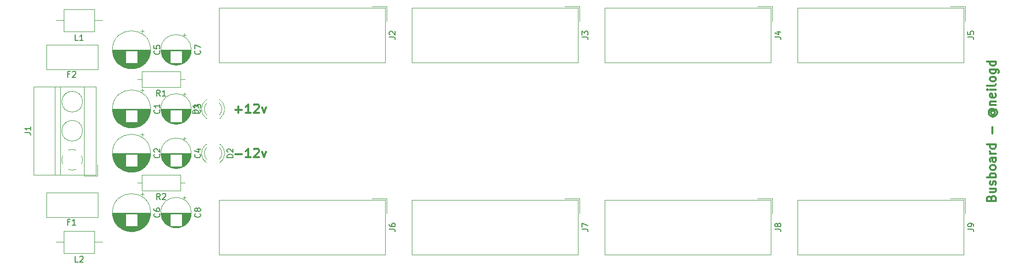
<source format=gbr>
G04 #@! TF.GenerationSoftware,KiCad,Pcbnew,5.0.2-bee76a0~70~ubuntu18.04.1*
G04 #@! TF.CreationDate,2019-05-10T17:39:34+10:00*
G04 #@! TF.ProjectId,busboard,62757362-6f61-4726-942e-6b696361645f,rev?*
G04 #@! TF.SameCoordinates,Original*
G04 #@! TF.FileFunction,Legend,Top*
G04 #@! TF.FilePolarity,Positive*
%FSLAX46Y46*%
G04 Gerber Fmt 4.6, Leading zero omitted, Abs format (unit mm)*
G04 Created by KiCad (PCBNEW 5.0.2-bee76a0~70~ubuntu18.04.1) date Fri 10 May 2019 17:39:34 AEST*
%MOMM*%
%LPD*%
G01*
G04 APERTURE LIST*
%ADD10C,0.300000*%
%ADD11C,0.120000*%
%ADD12C,0.150000*%
G04 APERTURE END LIST*
D10*
X71088571Y-67417142D02*
X72231428Y-67417142D01*
X73731428Y-67988571D02*
X72874285Y-67988571D01*
X73302857Y-67988571D02*
X73302857Y-66488571D01*
X73160000Y-66702857D01*
X73017142Y-66845714D01*
X72874285Y-66917142D01*
X74302857Y-66631428D02*
X74374285Y-66560000D01*
X74517142Y-66488571D01*
X74874285Y-66488571D01*
X75017142Y-66560000D01*
X75088571Y-66631428D01*
X75160000Y-66774285D01*
X75160000Y-66917142D01*
X75088571Y-67131428D01*
X74231428Y-67988571D01*
X75160000Y-67988571D01*
X75660000Y-66988571D02*
X76017142Y-67988571D01*
X76374285Y-66988571D01*
X71088571Y-59797142D02*
X72231428Y-59797142D01*
X71660000Y-60368571D02*
X71660000Y-59225714D01*
X73731428Y-60368571D02*
X72874285Y-60368571D01*
X73302857Y-60368571D02*
X73302857Y-58868571D01*
X73160000Y-59082857D01*
X73017142Y-59225714D01*
X72874285Y-59297142D01*
X74302857Y-59011428D02*
X74374285Y-58940000D01*
X74517142Y-58868571D01*
X74874285Y-58868571D01*
X75017142Y-58940000D01*
X75088571Y-59011428D01*
X75160000Y-59154285D01*
X75160000Y-59297142D01*
X75088571Y-59511428D01*
X74231428Y-60368571D01*
X75160000Y-60368571D01*
X75660000Y-59368571D02*
X76017142Y-60368571D01*
X76374285Y-59368571D01*
X200552857Y-75000000D02*
X200624285Y-74785714D01*
X200695714Y-74714285D01*
X200838571Y-74642857D01*
X201052857Y-74642857D01*
X201195714Y-74714285D01*
X201267142Y-74785714D01*
X201338571Y-74928571D01*
X201338571Y-75500000D01*
X199838571Y-75500000D01*
X199838571Y-75000000D01*
X199910000Y-74857142D01*
X199981428Y-74785714D01*
X200124285Y-74714285D01*
X200267142Y-74714285D01*
X200410000Y-74785714D01*
X200481428Y-74857142D01*
X200552857Y-75000000D01*
X200552857Y-75500000D01*
X200338571Y-73357142D02*
X201338571Y-73357142D01*
X200338571Y-74000000D02*
X201124285Y-74000000D01*
X201267142Y-73928571D01*
X201338571Y-73785714D01*
X201338571Y-73571428D01*
X201267142Y-73428571D01*
X201195714Y-73357142D01*
X201267142Y-72714285D02*
X201338571Y-72571428D01*
X201338571Y-72285714D01*
X201267142Y-72142857D01*
X201124285Y-72071428D01*
X201052857Y-72071428D01*
X200910000Y-72142857D01*
X200838571Y-72285714D01*
X200838571Y-72500000D01*
X200767142Y-72642857D01*
X200624285Y-72714285D01*
X200552857Y-72714285D01*
X200410000Y-72642857D01*
X200338571Y-72500000D01*
X200338571Y-72285714D01*
X200410000Y-72142857D01*
X201338571Y-71428571D02*
X199838571Y-71428571D01*
X200410000Y-71428571D02*
X200338571Y-71285714D01*
X200338571Y-71000000D01*
X200410000Y-70857142D01*
X200481428Y-70785714D01*
X200624285Y-70714285D01*
X201052857Y-70714285D01*
X201195714Y-70785714D01*
X201267142Y-70857142D01*
X201338571Y-71000000D01*
X201338571Y-71285714D01*
X201267142Y-71428571D01*
X201338571Y-69857142D02*
X201267142Y-70000000D01*
X201195714Y-70071428D01*
X201052857Y-70142857D01*
X200624285Y-70142857D01*
X200481428Y-70071428D01*
X200410000Y-70000000D01*
X200338571Y-69857142D01*
X200338571Y-69642857D01*
X200410000Y-69500000D01*
X200481428Y-69428571D01*
X200624285Y-69357142D01*
X201052857Y-69357142D01*
X201195714Y-69428571D01*
X201267142Y-69500000D01*
X201338571Y-69642857D01*
X201338571Y-69857142D01*
X201338571Y-68071428D02*
X200552857Y-68071428D01*
X200410000Y-68142857D01*
X200338571Y-68285714D01*
X200338571Y-68571428D01*
X200410000Y-68714285D01*
X201267142Y-68071428D02*
X201338571Y-68214285D01*
X201338571Y-68571428D01*
X201267142Y-68714285D01*
X201124285Y-68785714D01*
X200981428Y-68785714D01*
X200838571Y-68714285D01*
X200767142Y-68571428D01*
X200767142Y-68214285D01*
X200695714Y-68071428D01*
X201338571Y-67357142D02*
X200338571Y-67357142D01*
X200624285Y-67357142D02*
X200481428Y-67285714D01*
X200410000Y-67214285D01*
X200338571Y-67071428D01*
X200338571Y-66928571D01*
X201338571Y-65785714D02*
X199838571Y-65785714D01*
X201267142Y-65785714D02*
X201338571Y-65928571D01*
X201338571Y-66214285D01*
X201267142Y-66357142D01*
X201195714Y-66428571D01*
X201052857Y-66500000D01*
X200624285Y-66500000D01*
X200481428Y-66428571D01*
X200410000Y-66357142D01*
X200338571Y-66214285D01*
X200338571Y-65928571D01*
X200410000Y-65785714D01*
X200767142Y-63928571D02*
X200767142Y-62785714D01*
X200624285Y-60000000D02*
X200552857Y-60071428D01*
X200481428Y-60214285D01*
X200481428Y-60357142D01*
X200552857Y-60500000D01*
X200624285Y-60571428D01*
X200767142Y-60642857D01*
X200910000Y-60642857D01*
X201052857Y-60571428D01*
X201124285Y-60500000D01*
X201195714Y-60357142D01*
X201195714Y-60214285D01*
X201124285Y-60071428D01*
X201052857Y-60000000D01*
X200481428Y-60000000D02*
X201052857Y-60000000D01*
X201124285Y-59928571D01*
X201124285Y-59857142D01*
X201052857Y-59714285D01*
X200910000Y-59642857D01*
X200552857Y-59642857D01*
X200338571Y-59785714D01*
X200195714Y-60000000D01*
X200124285Y-60285714D01*
X200195714Y-60571428D01*
X200338571Y-60785714D01*
X200552857Y-60928571D01*
X200838571Y-61000000D01*
X201124285Y-60928571D01*
X201338571Y-60785714D01*
X201481428Y-60571428D01*
X201552857Y-60285714D01*
X201481428Y-60000000D01*
X201338571Y-59785714D01*
X200338571Y-59000000D02*
X201338571Y-59000000D01*
X200481428Y-59000000D02*
X200410000Y-58928571D01*
X200338571Y-58785714D01*
X200338571Y-58571428D01*
X200410000Y-58428571D01*
X200552857Y-58357142D01*
X201338571Y-58357142D01*
X201267142Y-57071428D02*
X201338571Y-57214285D01*
X201338571Y-57500000D01*
X201267142Y-57642857D01*
X201124285Y-57714285D01*
X200552857Y-57714285D01*
X200410000Y-57642857D01*
X200338571Y-57500000D01*
X200338571Y-57214285D01*
X200410000Y-57071428D01*
X200552857Y-57000000D01*
X200695714Y-57000000D01*
X200838571Y-57714285D01*
X201338571Y-56357142D02*
X200338571Y-56357142D01*
X199838571Y-56357142D02*
X199910000Y-56428571D01*
X199981428Y-56357142D01*
X199910000Y-56285714D01*
X199838571Y-56357142D01*
X199981428Y-56357142D01*
X201338571Y-55428571D02*
X201267142Y-55571428D01*
X201124285Y-55642857D01*
X199838571Y-55642857D01*
X201338571Y-54642857D02*
X201267142Y-54785714D01*
X201195714Y-54857142D01*
X201052857Y-54928571D01*
X200624285Y-54928571D01*
X200481428Y-54857142D01*
X200410000Y-54785714D01*
X200338571Y-54642857D01*
X200338571Y-54428571D01*
X200410000Y-54285714D01*
X200481428Y-54214285D01*
X200624285Y-54142857D01*
X201052857Y-54142857D01*
X201195714Y-54214285D01*
X201267142Y-54285714D01*
X201338571Y-54428571D01*
X201338571Y-54642857D01*
X200338571Y-52857142D02*
X201552857Y-52857142D01*
X201695714Y-52928571D01*
X201767142Y-53000000D01*
X201838571Y-53142857D01*
X201838571Y-53357142D01*
X201767142Y-53500000D01*
X201267142Y-52857142D02*
X201338571Y-53000000D01*
X201338571Y-53285714D01*
X201267142Y-53428571D01*
X201195714Y-53500000D01*
X201052857Y-53571428D01*
X200624285Y-53571428D01*
X200481428Y-53500000D01*
X200410000Y-53428571D01*
X200338571Y-53285714D01*
X200338571Y-53000000D01*
X200410000Y-52857142D01*
X201338571Y-51500000D02*
X199838571Y-51500000D01*
X201267142Y-51500000D02*
X201338571Y-51642857D01*
X201338571Y-51928571D01*
X201267142Y-52071428D01*
X201195714Y-52142857D01*
X201052857Y-52214285D01*
X200624285Y-52214285D01*
X200481428Y-52142857D01*
X200410000Y-52071428D01*
X200338571Y-51928571D01*
X200338571Y-51642857D01*
X200410000Y-51500000D01*
D11*
G04 #@! TO.C,L2*
X40370000Y-82550000D02*
X41750000Y-82550000D01*
X48370000Y-82550000D02*
X46990000Y-82550000D01*
X41750000Y-84470000D02*
X46990000Y-84470000D01*
X41750000Y-80630000D02*
X41750000Y-84470000D01*
X46990000Y-80630000D02*
X41750000Y-80630000D01*
X46990000Y-84470000D02*
X46990000Y-80630000D01*
G04 #@! TO.C,C7*
X62685000Y-46955225D02*
X62185000Y-46955225D01*
X62435000Y-46705225D02*
X62435000Y-47205225D01*
X61244000Y-52111000D02*
X60676000Y-52111000D01*
X61478000Y-52071000D02*
X60442000Y-52071000D01*
X61637000Y-52031000D02*
X60283000Y-52031000D01*
X61765000Y-51991000D02*
X60155000Y-51991000D01*
X61875000Y-51951000D02*
X60045000Y-51951000D01*
X61971000Y-51911000D02*
X59949000Y-51911000D01*
X62058000Y-51871000D02*
X59862000Y-51871000D01*
X62138000Y-51831000D02*
X59782000Y-51831000D01*
X59920000Y-51791000D02*
X59709000Y-51791000D01*
X62211000Y-51791000D02*
X62000000Y-51791000D01*
X59920000Y-51751000D02*
X59641000Y-51751000D01*
X62279000Y-51751000D02*
X62000000Y-51751000D01*
X59920000Y-51711000D02*
X59577000Y-51711000D01*
X62343000Y-51711000D02*
X62000000Y-51711000D01*
X59920000Y-51671000D02*
X59517000Y-51671000D01*
X62403000Y-51671000D02*
X62000000Y-51671000D01*
X59920000Y-51631000D02*
X59460000Y-51631000D01*
X62460000Y-51631000D02*
X62000000Y-51631000D01*
X59920000Y-51591000D02*
X59406000Y-51591000D01*
X62514000Y-51591000D02*
X62000000Y-51591000D01*
X59920000Y-51551000D02*
X59355000Y-51551000D01*
X62565000Y-51551000D02*
X62000000Y-51551000D01*
X59920000Y-51511000D02*
X59307000Y-51511000D01*
X62613000Y-51511000D02*
X62000000Y-51511000D01*
X59920000Y-51471000D02*
X59261000Y-51471000D01*
X62659000Y-51471000D02*
X62000000Y-51471000D01*
X59920000Y-51431000D02*
X59217000Y-51431000D01*
X62703000Y-51431000D02*
X62000000Y-51431000D01*
X59920000Y-51391000D02*
X59175000Y-51391000D01*
X62745000Y-51391000D02*
X62000000Y-51391000D01*
X59920000Y-51351000D02*
X59134000Y-51351000D01*
X62786000Y-51351000D02*
X62000000Y-51351000D01*
X59920000Y-51311000D02*
X59096000Y-51311000D01*
X62824000Y-51311000D02*
X62000000Y-51311000D01*
X59920000Y-51271000D02*
X59059000Y-51271000D01*
X62861000Y-51271000D02*
X62000000Y-51271000D01*
X59920000Y-51231000D02*
X59023000Y-51231000D01*
X62897000Y-51231000D02*
X62000000Y-51231000D01*
X59920000Y-51191000D02*
X58989000Y-51191000D01*
X62931000Y-51191000D02*
X62000000Y-51191000D01*
X59920000Y-51151000D02*
X58956000Y-51151000D01*
X62964000Y-51151000D02*
X62000000Y-51151000D01*
X59920000Y-51111000D02*
X58925000Y-51111000D01*
X62995000Y-51111000D02*
X62000000Y-51111000D01*
X59920000Y-51071000D02*
X58895000Y-51071000D01*
X63025000Y-51071000D02*
X62000000Y-51071000D01*
X59920000Y-51031000D02*
X58865000Y-51031000D01*
X63055000Y-51031000D02*
X62000000Y-51031000D01*
X59920000Y-50991000D02*
X58838000Y-50991000D01*
X63082000Y-50991000D02*
X62000000Y-50991000D01*
X59920000Y-50951000D02*
X58811000Y-50951000D01*
X63109000Y-50951000D02*
X62000000Y-50951000D01*
X59920000Y-50911000D02*
X58785000Y-50911000D01*
X63135000Y-50911000D02*
X62000000Y-50911000D01*
X59920000Y-50871000D02*
X58760000Y-50871000D01*
X63160000Y-50871000D02*
X62000000Y-50871000D01*
X59920000Y-50831000D02*
X58736000Y-50831000D01*
X63184000Y-50831000D02*
X62000000Y-50831000D01*
X59920000Y-50791000D02*
X58713000Y-50791000D01*
X63207000Y-50791000D02*
X62000000Y-50791000D01*
X59920000Y-50751000D02*
X58692000Y-50751000D01*
X63228000Y-50751000D02*
X62000000Y-50751000D01*
X59920000Y-50711000D02*
X58670000Y-50711000D01*
X63250000Y-50711000D02*
X62000000Y-50711000D01*
X59920000Y-50671000D02*
X58650000Y-50671000D01*
X63270000Y-50671000D02*
X62000000Y-50671000D01*
X59920000Y-50631000D02*
X58631000Y-50631000D01*
X63289000Y-50631000D02*
X62000000Y-50631000D01*
X59920000Y-50591000D02*
X58612000Y-50591000D01*
X63308000Y-50591000D02*
X62000000Y-50591000D01*
X59920000Y-50551000D02*
X58595000Y-50551000D01*
X63325000Y-50551000D02*
X62000000Y-50551000D01*
X59920000Y-50511000D02*
X58578000Y-50511000D01*
X63342000Y-50511000D02*
X62000000Y-50511000D01*
X59920000Y-50471000D02*
X58562000Y-50471000D01*
X63358000Y-50471000D02*
X62000000Y-50471000D01*
X59920000Y-50431000D02*
X58546000Y-50431000D01*
X63374000Y-50431000D02*
X62000000Y-50431000D01*
X59920000Y-50391000D02*
X58532000Y-50391000D01*
X63388000Y-50391000D02*
X62000000Y-50391000D01*
X59920000Y-50351000D02*
X58518000Y-50351000D01*
X63402000Y-50351000D02*
X62000000Y-50351000D01*
X59920000Y-50311000D02*
X58505000Y-50311000D01*
X63415000Y-50311000D02*
X62000000Y-50311000D01*
X59920000Y-50271000D02*
X58492000Y-50271000D01*
X63428000Y-50271000D02*
X62000000Y-50271000D01*
X59920000Y-50231000D02*
X58480000Y-50231000D01*
X63440000Y-50231000D02*
X62000000Y-50231000D01*
X59920000Y-50190000D02*
X58469000Y-50190000D01*
X63451000Y-50190000D02*
X62000000Y-50190000D01*
X59920000Y-50150000D02*
X58459000Y-50150000D01*
X63461000Y-50150000D02*
X62000000Y-50150000D01*
X59920000Y-50110000D02*
X58449000Y-50110000D01*
X63471000Y-50110000D02*
X62000000Y-50110000D01*
X59920000Y-50070000D02*
X58440000Y-50070000D01*
X63480000Y-50070000D02*
X62000000Y-50070000D01*
X59920000Y-50030000D02*
X58432000Y-50030000D01*
X63488000Y-50030000D02*
X62000000Y-50030000D01*
X59920000Y-49990000D02*
X58424000Y-49990000D01*
X63496000Y-49990000D02*
X62000000Y-49990000D01*
X59920000Y-49950000D02*
X58417000Y-49950000D01*
X63503000Y-49950000D02*
X62000000Y-49950000D01*
X59920000Y-49910000D02*
X58410000Y-49910000D01*
X63510000Y-49910000D02*
X62000000Y-49910000D01*
X59920000Y-49870000D02*
X58404000Y-49870000D01*
X63516000Y-49870000D02*
X62000000Y-49870000D01*
X59920000Y-49830000D02*
X58399000Y-49830000D01*
X63521000Y-49830000D02*
X62000000Y-49830000D01*
X59920000Y-49790000D02*
X58395000Y-49790000D01*
X63525000Y-49790000D02*
X62000000Y-49790000D01*
X59920000Y-49750000D02*
X58391000Y-49750000D01*
X63529000Y-49750000D02*
X62000000Y-49750000D01*
X63533000Y-49710000D02*
X58387000Y-49710000D01*
X63536000Y-49670000D02*
X58384000Y-49670000D01*
X63538000Y-49630000D02*
X58382000Y-49630000D01*
X63539000Y-49590000D02*
X58381000Y-49590000D01*
X63540000Y-49550000D02*
X58380000Y-49550000D01*
X63540000Y-49510000D02*
X58380000Y-49510000D01*
X63580000Y-49510000D02*
G75*
G03X63580000Y-49510000I-2620000J0D01*
G01*
G04 #@! TO.C,C5*
X56610000Y-49510000D02*
G75*
G03X56610000Y-49510000I-3270000J0D01*
G01*
X56570000Y-49510000D02*
X50110000Y-49510000D01*
X56570000Y-49550000D02*
X50110000Y-49550000D01*
X56570000Y-49590000D02*
X50110000Y-49590000D01*
X56568000Y-49630000D02*
X50112000Y-49630000D01*
X56567000Y-49670000D02*
X50113000Y-49670000D01*
X56564000Y-49710000D02*
X50116000Y-49710000D01*
X56562000Y-49750000D02*
X54380000Y-49750000D01*
X52300000Y-49750000D02*
X50118000Y-49750000D01*
X56558000Y-49790000D02*
X54380000Y-49790000D01*
X52300000Y-49790000D02*
X50122000Y-49790000D01*
X56555000Y-49830000D02*
X54380000Y-49830000D01*
X52300000Y-49830000D02*
X50125000Y-49830000D01*
X56551000Y-49870000D02*
X54380000Y-49870000D01*
X52300000Y-49870000D02*
X50129000Y-49870000D01*
X56546000Y-49910000D02*
X54380000Y-49910000D01*
X52300000Y-49910000D02*
X50134000Y-49910000D01*
X56541000Y-49950000D02*
X54380000Y-49950000D01*
X52300000Y-49950000D02*
X50139000Y-49950000D01*
X56535000Y-49990000D02*
X54380000Y-49990000D01*
X52300000Y-49990000D02*
X50145000Y-49990000D01*
X56529000Y-50030000D02*
X54380000Y-50030000D01*
X52300000Y-50030000D02*
X50151000Y-50030000D01*
X56522000Y-50070000D02*
X54380000Y-50070000D01*
X52300000Y-50070000D02*
X50158000Y-50070000D01*
X56515000Y-50110000D02*
X54380000Y-50110000D01*
X52300000Y-50110000D02*
X50165000Y-50110000D01*
X56507000Y-50150000D02*
X54380000Y-50150000D01*
X52300000Y-50150000D02*
X50173000Y-50150000D01*
X56499000Y-50190000D02*
X54380000Y-50190000D01*
X52300000Y-50190000D02*
X50181000Y-50190000D01*
X56490000Y-50231000D02*
X54380000Y-50231000D01*
X52300000Y-50231000D02*
X50190000Y-50231000D01*
X56481000Y-50271000D02*
X54380000Y-50271000D01*
X52300000Y-50271000D02*
X50199000Y-50271000D01*
X56471000Y-50311000D02*
X54380000Y-50311000D01*
X52300000Y-50311000D02*
X50209000Y-50311000D01*
X56461000Y-50351000D02*
X54380000Y-50351000D01*
X52300000Y-50351000D02*
X50219000Y-50351000D01*
X56450000Y-50391000D02*
X54380000Y-50391000D01*
X52300000Y-50391000D02*
X50230000Y-50391000D01*
X56438000Y-50431000D02*
X54380000Y-50431000D01*
X52300000Y-50431000D02*
X50242000Y-50431000D01*
X56426000Y-50471000D02*
X54380000Y-50471000D01*
X52300000Y-50471000D02*
X50254000Y-50471000D01*
X56414000Y-50511000D02*
X54380000Y-50511000D01*
X52300000Y-50511000D02*
X50266000Y-50511000D01*
X56401000Y-50551000D02*
X54380000Y-50551000D01*
X52300000Y-50551000D02*
X50279000Y-50551000D01*
X56387000Y-50591000D02*
X54380000Y-50591000D01*
X52300000Y-50591000D02*
X50293000Y-50591000D01*
X56373000Y-50631000D02*
X54380000Y-50631000D01*
X52300000Y-50631000D02*
X50307000Y-50631000D01*
X56358000Y-50671000D02*
X54380000Y-50671000D01*
X52300000Y-50671000D02*
X50322000Y-50671000D01*
X56342000Y-50711000D02*
X54380000Y-50711000D01*
X52300000Y-50711000D02*
X50338000Y-50711000D01*
X56326000Y-50751000D02*
X54380000Y-50751000D01*
X52300000Y-50751000D02*
X50354000Y-50751000D01*
X56310000Y-50791000D02*
X54380000Y-50791000D01*
X52300000Y-50791000D02*
X50370000Y-50791000D01*
X56292000Y-50831000D02*
X54380000Y-50831000D01*
X52300000Y-50831000D02*
X50388000Y-50831000D01*
X56274000Y-50871000D02*
X54380000Y-50871000D01*
X52300000Y-50871000D02*
X50406000Y-50871000D01*
X56256000Y-50911000D02*
X54380000Y-50911000D01*
X52300000Y-50911000D02*
X50424000Y-50911000D01*
X56236000Y-50951000D02*
X54380000Y-50951000D01*
X52300000Y-50951000D02*
X50444000Y-50951000D01*
X56216000Y-50991000D02*
X54380000Y-50991000D01*
X52300000Y-50991000D02*
X50464000Y-50991000D01*
X56196000Y-51031000D02*
X54380000Y-51031000D01*
X52300000Y-51031000D02*
X50484000Y-51031000D01*
X56174000Y-51071000D02*
X54380000Y-51071000D01*
X52300000Y-51071000D02*
X50506000Y-51071000D01*
X56152000Y-51111000D02*
X54380000Y-51111000D01*
X52300000Y-51111000D02*
X50528000Y-51111000D01*
X56130000Y-51151000D02*
X54380000Y-51151000D01*
X52300000Y-51151000D02*
X50550000Y-51151000D01*
X56106000Y-51191000D02*
X54380000Y-51191000D01*
X52300000Y-51191000D02*
X50574000Y-51191000D01*
X56082000Y-51231000D02*
X54380000Y-51231000D01*
X52300000Y-51231000D02*
X50598000Y-51231000D01*
X56056000Y-51271000D02*
X54380000Y-51271000D01*
X52300000Y-51271000D02*
X50624000Y-51271000D01*
X56030000Y-51311000D02*
X54380000Y-51311000D01*
X52300000Y-51311000D02*
X50650000Y-51311000D01*
X56004000Y-51351000D02*
X54380000Y-51351000D01*
X52300000Y-51351000D02*
X50676000Y-51351000D01*
X55976000Y-51391000D02*
X54380000Y-51391000D01*
X52300000Y-51391000D02*
X50704000Y-51391000D01*
X55947000Y-51431000D02*
X54380000Y-51431000D01*
X52300000Y-51431000D02*
X50733000Y-51431000D01*
X55918000Y-51471000D02*
X54380000Y-51471000D01*
X52300000Y-51471000D02*
X50762000Y-51471000D01*
X55888000Y-51511000D02*
X54380000Y-51511000D01*
X52300000Y-51511000D02*
X50792000Y-51511000D01*
X55856000Y-51551000D02*
X54380000Y-51551000D01*
X52300000Y-51551000D02*
X50824000Y-51551000D01*
X55824000Y-51591000D02*
X54380000Y-51591000D01*
X52300000Y-51591000D02*
X50856000Y-51591000D01*
X55790000Y-51631000D02*
X54380000Y-51631000D01*
X52300000Y-51631000D02*
X50890000Y-51631000D01*
X55756000Y-51671000D02*
X54380000Y-51671000D01*
X52300000Y-51671000D02*
X50924000Y-51671000D01*
X55720000Y-51711000D02*
X54380000Y-51711000D01*
X52300000Y-51711000D02*
X50960000Y-51711000D01*
X55683000Y-51751000D02*
X54380000Y-51751000D01*
X52300000Y-51751000D02*
X50997000Y-51751000D01*
X55645000Y-51791000D02*
X54380000Y-51791000D01*
X52300000Y-51791000D02*
X51035000Y-51791000D01*
X55605000Y-51831000D02*
X51075000Y-51831000D01*
X55564000Y-51871000D02*
X51116000Y-51871000D01*
X55522000Y-51911000D02*
X51158000Y-51911000D01*
X55477000Y-51951000D02*
X51203000Y-51951000D01*
X55432000Y-51991000D02*
X51248000Y-51991000D01*
X55384000Y-52031000D02*
X51296000Y-52031000D01*
X55335000Y-52071000D02*
X51345000Y-52071000D01*
X55284000Y-52111000D02*
X51396000Y-52111000D01*
X55230000Y-52151000D02*
X51450000Y-52151000D01*
X55174000Y-52191000D02*
X51506000Y-52191000D01*
X55116000Y-52231000D02*
X51564000Y-52231000D01*
X55054000Y-52271000D02*
X51626000Y-52271000D01*
X54990000Y-52311000D02*
X51690000Y-52311000D01*
X54921000Y-52351000D02*
X51759000Y-52351000D01*
X54849000Y-52391000D02*
X51831000Y-52391000D01*
X54772000Y-52431000D02*
X51908000Y-52431000D01*
X54690000Y-52471000D02*
X51990000Y-52471000D01*
X54602000Y-52511000D02*
X52078000Y-52511000D01*
X54505000Y-52551000D02*
X52175000Y-52551000D01*
X54399000Y-52591000D02*
X52281000Y-52591000D01*
X54280000Y-52631000D02*
X52400000Y-52631000D01*
X54142000Y-52671000D02*
X52538000Y-52671000D01*
X53973000Y-52711000D02*
X52707000Y-52711000D01*
X53742000Y-52751000D02*
X52938000Y-52751000D01*
X55179000Y-46009759D02*
X55179000Y-46639759D01*
X55494000Y-46324759D02*
X54864000Y-46324759D01*
G04 #@! TO.C,C6*
X55494000Y-74304759D02*
X54864000Y-74304759D01*
X55179000Y-73989759D02*
X55179000Y-74619759D01*
X53742000Y-80731000D02*
X52938000Y-80731000D01*
X53973000Y-80691000D02*
X52707000Y-80691000D01*
X54142000Y-80651000D02*
X52538000Y-80651000D01*
X54280000Y-80611000D02*
X52400000Y-80611000D01*
X54399000Y-80571000D02*
X52281000Y-80571000D01*
X54505000Y-80531000D02*
X52175000Y-80531000D01*
X54602000Y-80491000D02*
X52078000Y-80491000D01*
X54690000Y-80451000D02*
X51990000Y-80451000D01*
X54772000Y-80411000D02*
X51908000Y-80411000D01*
X54849000Y-80371000D02*
X51831000Y-80371000D01*
X54921000Y-80331000D02*
X51759000Y-80331000D01*
X54990000Y-80291000D02*
X51690000Y-80291000D01*
X55054000Y-80251000D02*
X51626000Y-80251000D01*
X55116000Y-80211000D02*
X51564000Y-80211000D01*
X55174000Y-80171000D02*
X51506000Y-80171000D01*
X55230000Y-80131000D02*
X51450000Y-80131000D01*
X55284000Y-80091000D02*
X51396000Y-80091000D01*
X55335000Y-80051000D02*
X51345000Y-80051000D01*
X55384000Y-80011000D02*
X51296000Y-80011000D01*
X55432000Y-79971000D02*
X51248000Y-79971000D01*
X55477000Y-79931000D02*
X51203000Y-79931000D01*
X55522000Y-79891000D02*
X51158000Y-79891000D01*
X55564000Y-79851000D02*
X51116000Y-79851000D01*
X55605000Y-79811000D02*
X51075000Y-79811000D01*
X52300000Y-79771000D02*
X51035000Y-79771000D01*
X55645000Y-79771000D02*
X54380000Y-79771000D01*
X52300000Y-79731000D02*
X50997000Y-79731000D01*
X55683000Y-79731000D02*
X54380000Y-79731000D01*
X52300000Y-79691000D02*
X50960000Y-79691000D01*
X55720000Y-79691000D02*
X54380000Y-79691000D01*
X52300000Y-79651000D02*
X50924000Y-79651000D01*
X55756000Y-79651000D02*
X54380000Y-79651000D01*
X52300000Y-79611000D02*
X50890000Y-79611000D01*
X55790000Y-79611000D02*
X54380000Y-79611000D01*
X52300000Y-79571000D02*
X50856000Y-79571000D01*
X55824000Y-79571000D02*
X54380000Y-79571000D01*
X52300000Y-79531000D02*
X50824000Y-79531000D01*
X55856000Y-79531000D02*
X54380000Y-79531000D01*
X52300000Y-79491000D02*
X50792000Y-79491000D01*
X55888000Y-79491000D02*
X54380000Y-79491000D01*
X52300000Y-79451000D02*
X50762000Y-79451000D01*
X55918000Y-79451000D02*
X54380000Y-79451000D01*
X52300000Y-79411000D02*
X50733000Y-79411000D01*
X55947000Y-79411000D02*
X54380000Y-79411000D01*
X52300000Y-79371000D02*
X50704000Y-79371000D01*
X55976000Y-79371000D02*
X54380000Y-79371000D01*
X52300000Y-79331000D02*
X50676000Y-79331000D01*
X56004000Y-79331000D02*
X54380000Y-79331000D01*
X52300000Y-79291000D02*
X50650000Y-79291000D01*
X56030000Y-79291000D02*
X54380000Y-79291000D01*
X52300000Y-79251000D02*
X50624000Y-79251000D01*
X56056000Y-79251000D02*
X54380000Y-79251000D01*
X52300000Y-79211000D02*
X50598000Y-79211000D01*
X56082000Y-79211000D02*
X54380000Y-79211000D01*
X52300000Y-79171000D02*
X50574000Y-79171000D01*
X56106000Y-79171000D02*
X54380000Y-79171000D01*
X52300000Y-79131000D02*
X50550000Y-79131000D01*
X56130000Y-79131000D02*
X54380000Y-79131000D01*
X52300000Y-79091000D02*
X50528000Y-79091000D01*
X56152000Y-79091000D02*
X54380000Y-79091000D01*
X52300000Y-79051000D02*
X50506000Y-79051000D01*
X56174000Y-79051000D02*
X54380000Y-79051000D01*
X52300000Y-79011000D02*
X50484000Y-79011000D01*
X56196000Y-79011000D02*
X54380000Y-79011000D01*
X52300000Y-78971000D02*
X50464000Y-78971000D01*
X56216000Y-78971000D02*
X54380000Y-78971000D01*
X52300000Y-78931000D02*
X50444000Y-78931000D01*
X56236000Y-78931000D02*
X54380000Y-78931000D01*
X52300000Y-78891000D02*
X50424000Y-78891000D01*
X56256000Y-78891000D02*
X54380000Y-78891000D01*
X52300000Y-78851000D02*
X50406000Y-78851000D01*
X56274000Y-78851000D02*
X54380000Y-78851000D01*
X52300000Y-78811000D02*
X50388000Y-78811000D01*
X56292000Y-78811000D02*
X54380000Y-78811000D01*
X52300000Y-78771000D02*
X50370000Y-78771000D01*
X56310000Y-78771000D02*
X54380000Y-78771000D01*
X52300000Y-78731000D02*
X50354000Y-78731000D01*
X56326000Y-78731000D02*
X54380000Y-78731000D01*
X52300000Y-78691000D02*
X50338000Y-78691000D01*
X56342000Y-78691000D02*
X54380000Y-78691000D01*
X52300000Y-78651000D02*
X50322000Y-78651000D01*
X56358000Y-78651000D02*
X54380000Y-78651000D01*
X52300000Y-78611000D02*
X50307000Y-78611000D01*
X56373000Y-78611000D02*
X54380000Y-78611000D01*
X52300000Y-78571000D02*
X50293000Y-78571000D01*
X56387000Y-78571000D02*
X54380000Y-78571000D01*
X52300000Y-78531000D02*
X50279000Y-78531000D01*
X56401000Y-78531000D02*
X54380000Y-78531000D01*
X52300000Y-78491000D02*
X50266000Y-78491000D01*
X56414000Y-78491000D02*
X54380000Y-78491000D01*
X52300000Y-78451000D02*
X50254000Y-78451000D01*
X56426000Y-78451000D02*
X54380000Y-78451000D01*
X52300000Y-78411000D02*
X50242000Y-78411000D01*
X56438000Y-78411000D02*
X54380000Y-78411000D01*
X52300000Y-78371000D02*
X50230000Y-78371000D01*
X56450000Y-78371000D02*
X54380000Y-78371000D01*
X52300000Y-78331000D02*
X50219000Y-78331000D01*
X56461000Y-78331000D02*
X54380000Y-78331000D01*
X52300000Y-78291000D02*
X50209000Y-78291000D01*
X56471000Y-78291000D02*
X54380000Y-78291000D01*
X52300000Y-78251000D02*
X50199000Y-78251000D01*
X56481000Y-78251000D02*
X54380000Y-78251000D01*
X52300000Y-78211000D02*
X50190000Y-78211000D01*
X56490000Y-78211000D02*
X54380000Y-78211000D01*
X52300000Y-78170000D02*
X50181000Y-78170000D01*
X56499000Y-78170000D02*
X54380000Y-78170000D01*
X52300000Y-78130000D02*
X50173000Y-78130000D01*
X56507000Y-78130000D02*
X54380000Y-78130000D01*
X52300000Y-78090000D02*
X50165000Y-78090000D01*
X56515000Y-78090000D02*
X54380000Y-78090000D01*
X52300000Y-78050000D02*
X50158000Y-78050000D01*
X56522000Y-78050000D02*
X54380000Y-78050000D01*
X52300000Y-78010000D02*
X50151000Y-78010000D01*
X56529000Y-78010000D02*
X54380000Y-78010000D01*
X52300000Y-77970000D02*
X50145000Y-77970000D01*
X56535000Y-77970000D02*
X54380000Y-77970000D01*
X52300000Y-77930000D02*
X50139000Y-77930000D01*
X56541000Y-77930000D02*
X54380000Y-77930000D01*
X52300000Y-77890000D02*
X50134000Y-77890000D01*
X56546000Y-77890000D02*
X54380000Y-77890000D01*
X52300000Y-77850000D02*
X50129000Y-77850000D01*
X56551000Y-77850000D02*
X54380000Y-77850000D01*
X52300000Y-77810000D02*
X50125000Y-77810000D01*
X56555000Y-77810000D02*
X54380000Y-77810000D01*
X52300000Y-77770000D02*
X50122000Y-77770000D01*
X56558000Y-77770000D02*
X54380000Y-77770000D01*
X52300000Y-77730000D02*
X50118000Y-77730000D01*
X56562000Y-77730000D02*
X54380000Y-77730000D01*
X56564000Y-77690000D02*
X50116000Y-77690000D01*
X56567000Y-77650000D02*
X50113000Y-77650000D01*
X56568000Y-77610000D02*
X50112000Y-77610000D01*
X56570000Y-77570000D02*
X50110000Y-77570000D01*
X56570000Y-77530000D02*
X50110000Y-77530000D01*
X56570000Y-77490000D02*
X50110000Y-77490000D01*
X56610000Y-77490000D02*
G75*
G03X56610000Y-77490000I-3270000J0D01*
G01*
G04 #@! TO.C,J1*
X44818499Y-67724499D02*
G75*
G02X44960000Y-68420000I-1638499J-695501D01*
G01*
X42484484Y-66780795D02*
G75*
G02X43876000Y-66781000I695516J-1639205D01*
G01*
X41540795Y-69115516D02*
G75*
G02X41541000Y-67724000I1639205J695516D01*
G01*
X43875516Y-70059205D02*
G75*
G02X42484000Y-70059000I-695516J1639205D01*
G01*
X44960389Y-68389186D02*
G75*
G02X44819000Y-69116000I-1780389J-30814D01*
G01*
X44960000Y-63420000D02*
G75*
G03X44960000Y-63420000I-1780000J0D01*
G01*
X44960000Y-58420000D02*
G75*
G03X44960000Y-58420000I-1780000J0D01*
G01*
X45180000Y-70980000D02*
X45180000Y-55860000D01*
X41180000Y-70980000D02*
X41180000Y-55860000D01*
X40180000Y-70980000D02*
X40180000Y-55860000D01*
X36620000Y-70980000D02*
X36620000Y-55860000D01*
X47240000Y-70980000D02*
X47240000Y-55860000D01*
X36620000Y-70980000D02*
X47240000Y-70980000D01*
X36620000Y-55860000D02*
X47240000Y-55860000D01*
X42047000Y-62070000D02*
X42097000Y-62119000D01*
X44505000Y-64528000D02*
X44530000Y-64552000D01*
X41830000Y-62287000D02*
X41854000Y-62312000D01*
X44263000Y-64720000D02*
X44313000Y-64770000D01*
X42047000Y-57070000D02*
X42097000Y-57119000D01*
X44505000Y-59528000D02*
X44530000Y-59552000D01*
X41830000Y-57287000D02*
X41854000Y-57312000D01*
X44263000Y-59720000D02*
X44313000Y-59770000D01*
X45240000Y-71220000D02*
X47480000Y-71220000D01*
X47480000Y-71220000D02*
X47480000Y-69220000D01*
G04 #@! TO.C,J2*
X96790000Y-51665000D02*
X68310000Y-51665000D01*
X68310000Y-51665000D02*
X68310000Y-42315000D01*
X68310000Y-42315000D02*
X96790000Y-42315000D01*
X96790000Y-42315000D02*
X96790000Y-51665000D01*
X97040000Y-42065000D02*
X94500000Y-42065000D01*
X97040000Y-42065000D02*
X97040000Y-44605000D01*
G04 #@! TO.C,J8*
X163080000Y-75085000D02*
X163080000Y-77625000D01*
X163080000Y-75085000D02*
X160540000Y-75085000D01*
X162830000Y-75335000D02*
X162830000Y-84685000D01*
X134350000Y-75335000D02*
X162830000Y-75335000D01*
X134350000Y-84685000D02*
X134350000Y-75335000D01*
X162830000Y-84685000D02*
X134350000Y-84685000D01*
G04 #@! TO.C,J7*
X130060000Y-75085000D02*
X130060000Y-77625000D01*
X130060000Y-75085000D02*
X127520000Y-75085000D01*
X129810000Y-75335000D02*
X129810000Y-84685000D01*
X101330000Y-75335000D02*
X129810000Y-75335000D01*
X101330000Y-84685000D02*
X101330000Y-75335000D01*
X129810000Y-84685000D02*
X101330000Y-84685000D01*
G04 #@! TO.C,J6*
X96790000Y-84685000D02*
X68310000Y-84685000D01*
X68310000Y-84685000D02*
X68310000Y-75335000D01*
X68310000Y-75335000D02*
X96790000Y-75335000D01*
X96790000Y-75335000D02*
X96790000Y-84685000D01*
X97040000Y-75085000D02*
X94500000Y-75085000D01*
X97040000Y-75085000D02*
X97040000Y-77625000D01*
G04 #@! TO.C,J5*
X196100000Y-42065000D02*
X196100000Y-44605000D01*
X196100000Y-42065000D02*
X193560000Y-42065000D01*
X195850000Y-42315000D02*
X195850000Y-51665000D01*
X167370000Y-42315000D02*
X195850000Y-42315000D01*
X167370000Y-51665000D02*
X167370000Y-42315000D01*
X195850000Y-51665000D02*
X167370000Y-51665000D01*
G04 #@! TO.C,J4*
X162830000Y-51665000D02*
X134350000Y-51665000D01*
X134350000Y-51665000D02*
X134350000Y-42315000D01*
X134350000Y-42315000D02*
X162830000Y-42315000D01*
X162830000Y-42315000D02*
X162830000Y-51665000D01*
X163080000Y-42065000D02*
X160540000Y-42065000D01*
X163080000Y-42065000D02*
X163080000Y-44605000D01*
G04 #@! TO.C,J3*
X130060000Y-42065000D02*
X130060000Y-44605000D01*
X130060000Y-42065000D02*
X127520000Y-42065000D01*
X129810000Y-42315000D02*
X129810000Y-51665000D01*
X101330000Y-42315000D02*
X129810000Y-42315000D01*
X101330000Y-51665000D02*
X101330000Y-42315000D01*
X129810000Y-51665000D02*
X101330000Y-51665000D01*
G04 #@! TO.C,J9*
X195850000Y-84685000D02*
X167370000Y-84685000D01*
X167370000Y-84685000D02*
X167370000Y-75335000D01*
X167370000Y-75335000D02*
X195850000Y-75335000D01*
X195850000Y-75335000D02*
X195850000Y-84685000D01*
X196100000Y-75085000D02*
X193560000Y-75085000D01*
X196100000Y-75085000D02*
X196100000Y-77625000D01*
G04 #@! TO.C,C3*
X63580000Y-59670000D02*
G75*
G03X63580000Y-59670000I-2620000J0D01*
G01*
X63540000Y-59670000D02*
X58380000Y-59670000D01*
X63540000Y-59710000D02*
X58380000Y-59710000D01*
X63539000Y-59750000D02*
X58381000Y-59750000D01*
X63538000Y-59790000D02*
X58382000Y-59790000D01*
X63536000Y-59830000D02*
X58384000Y-59830000D01*
X63533000Y-59870000D02*
X58387000Y-59870000D01*
X63529000Y-59910000D02*
X62000000Y-59910000D01*
X59920000Y-59910000D02*
X58391000Y-59910000D01*
X63525000Y-59950000D02*
X62000000Y-59950000D01*
X59920000Y-59950000D02*
X58395000Y-59950000D01*
X63521000Y-59990000D02*
X62000000Y-59990000D01*
X59920000Y-59990000D02*
X58399000Y-59990000D01*
X63516000Y-60030000D02*
X62000000Y-60030000D01*
X59920000Y-60030000D02*
X58404000Y-60030000D01*
X63510000Y-60070000D02*
X62000000Y-60070000D01*
X59920000Y-60070000D02*
X58410000Y-60070000D01*
X63503000Y-60110000D02*
X62000000Y-60110000D01*
X59920000Y-60110000D02*
X58417000Y-60110000D01*
X63496000Y-60150000D02*
X62000000Y-60150000D01*
X59920000Y-60150000D02*
X58424000Y-60150000D01*
X63488000Y-60190000D02*
X62000000Y-60190000D01*
X59920000Y-60190000D02*
X58432000Y-60190000D01*
X63480000Y-60230000D02*
X62000000Y-60230000D01*
X59920000Y-60230000D02*
X58440000Y-60230000D01*
X63471000Y-60270000D02*
X62000000Y-60270000D01*
X59920000Y-60270000D02*
X58449000Y-60270000D01*
X63461000Y-60310000D02*
X62000000Y-60310000D01*
X59920000Y-60310000D02*
X58459000Y-60310000D01*
X63451000Y-60350000D02*
X62000000Y-60350000D01*
X59920000Y-60350000D02*
X58469000Y-60350000D01*
X63440000Y-60391000D02*
X62000000Y-60391000D01*
X59920000Y-60391000D02*
X58480000Y-60391000D01*
X63428000Y-60431000D02*
X62000000Y-60431000D01*
X59920000Y-60431000D02*
X58492000Y-60431000D01*
X63415000Y-60471000D02*
X62000000Y-60471000D01*
X59920000Y-60471000D02*
X58505000Y-60471000D01*
X63402000Y-60511000D02*
X62000000Y-60511000D01*
X59920000Y-60511000D02*
X58518000Y-60511000D01*
X63388000Y-60551000D02*
X62000000Y-60551000D01*
X59920000Y-60551000D02*
X58532000Y-60551000D01*
X63374000Y-60591000D02*
X62000000Y-60591000D01*
X59920000Y-60591000D02*
X58546000Y-60591000D01*
X63358000Y-60631000D02*
X62000000Y-60631000D01*
X59920000Y-60631000D02*
X58562000Y-60631000D01*
X63342000Y-60671000D02*
X62000000Y-60671000D01*
X59920000Y-60671000D02*
X58578000Y-60671000D01*
X63325000Y-60711000D02*
X62000000Y-60711000D01*
X59920000Y-60711000D02*
X58595000Y-60711000D01*
X63308000Y-60751000D02*
X62000000Y-60751000D01*
X59920000Y-60751000D02*
X58612000Y-60751000D01*
X63289000Y-60791000D02*
X62000000Y-60791000D01*
X59920000Y-60791000D02*
X58631000Y-60791000D01*
X63270000Y-60831000D02*
X62000000Y-60831000D01*
X59920000Y-60831000D02*
X58650000Y-60831000D01*
X63250000Y-60871000D02*
X62000000Y-60871000D01*
X59920000Y-60871000D02*
X58670000Y-60871000D01*
X63228000Y-60911000D02*
X62000000Y-60911000D01*
X59920000Y-60911000D02*
X58692000Y-60911000D01*
X63207000Y-60951000D02*
X62000000Y-60951000D01*
X59920000Y-60951000D02*
X58713000Y-60951000D01*
X63184000Y-60991000D02*
X62000000Y-60991000D01*
X59920000Y-60991000D02*
X58736000Y-60991000D01*
X63160000Y-61031000D02*
X62000000Y-61031000D01*
X59920000Y-61031000D02*
X58760000Y-61031000D01*
X63135000Y-61071000D02*
X62000000Y-61071000D01*
X59920000Y-61071000D02*
X58785000Y-61071000D01*
X63109000Y-61111000D02*
X62000000Y-61111000D01*
X59920000Y-61111000D02*
X58811000Y-61111000D01*
X63082000Y-61151000D02*
X62000000Y-61151000D01*
X59920000Y-61151000D02*
X58838000Y-61151000D01*
X63055000Y-61191000D02*
X62000000Y-61191000D01*
X59920000Y-61191000D02*
X58865000Y-61191000D01*
X63025000Y-61231000D02*
X62000000Y-61231000D01*
X59920000Y-61231000D02*
X58895000Y-61231000D01*
X62995000Y-61271000D02*
X62000000Y-61271000D01*
X59920000Y-61271000D02*
X58925000Y-61271000D01*
X62964000Y-61311000D02*
X62000000Y-61311000D01*
X59920000Y-61311000D02*
X58956000Y-61311000D01*
X62931000Y-61351000D02*
X62000000Y-61351000D01*
X59920000Y-61351000D02*
X58989000Y-61351000D01*
X62897000Y-61391000D02*
X62000000Y-61391000D01*
X59920000Y-61391000D02*
X59023000Y-61391000D01*
X62861000Y-61431000D02*
X62000000Y-61431000D01*
X59920000Y-61431000D02*
X59059000Y-61431000D01*
X62824000Y-61471000D02*
X62000000Y-61471000D01*
X59920000Y-61471000D02*
X59096000Y-61471000D01*
X62786000Y-61511000D02*
X62000000Y-61511000D01*
X59920000Y-61511000D02*
X59134000Y-61511000D01*
X62745000Y-61551000D02*
X62000000Y-61551000D01*
X59920000Y-61551000D02*
X59175000Y-61551000D01*
X62703000Y-61591000D02*
X62000000Y-61591000D01*
X59920000Y-61591000D02*
X59217000Y-61591000D01*
X62659000Y-61631000D02*
X62000000Y-61631000D01*
X59920000Y-61631000D02*
X59261000Y-61631000D01*
X62613000Y-61671000D02*
X62000000Y-61671000D01*
X59920000Y-61671000D02*
X59307000Y-61671000D01*
X62565000Y-61711000D02*
X62000000Y-61711000D01*
X59920000Y-61711000D02*
X59355000Y-61711000D01*
X62514000Y-61751000D02*
X62000000Y-61751000D01*
X59920000Y-61751000D02*
X59406000Y-61751000D01*
X62460000Y-61791000D02*
X62000000Y-61791000D01*
X59920000Y-61791000D02*
X59460000Y-61791000D01*
X62403000Y-61831000D02*
X62000000Y-61831000D01*
X59920000Y-61831000D02*
X59517000Y-61831000D01*
X62343000Y-61871000D02*
X62000000Y-61871000D01*
X59920000Y-61871000D02*
X59577000Y-61871000D01*
X62279000Y-61911000D02*
X62000000Y-61911000D01*
X59920000Y-61911000D02*
X59641000Y-61911000D01*
X62211000Y-61951000D02*
X62000000Y-61951000D01*
X59920000Y-61951000D02*
X59709000Y-61951000D01*
X62138000Y-61991000D02*
X59782000Y-61991000D01*
X62058000Y-62031000D02*
X59862000Y-62031000D01*
X61971000Y-62071000D02*
X59949000Y-62071000D01*
X61875000Y-62111000D02*
X60045000Y-62111000D01*
X61765000Y-62151000D02*
X60155000Y-62151000D01*
X61637000Y-62191000D02*
X60283000Y-62191000D01*
X61478000Y-62231000D02*
X60442000Y-62231000D01*
X61244000Y-62271000D02*
X60676000Y-62271000D01*
X62435000Y-56865225D02*
X62435000Y-57365225D01*
X62685000Y-57115225D02*
X62185000Y-57115225D01*
G04 #@! TO.C,C4*
X62685000Y-64735225D02*
X62185000Y-64735225D01*
X62435000Y-64485225D02*
X62435000Y-64985225D01*
X61244000Y-69891000D02*
X60676000Y-69891000D01*
X61478000Y-69851000D02*
X60442000Y-69851000D01*
X61637000Y-69811000D02*
X60283000Y-69811000D01*
X61765000Y-69771000D02*
X60155000Y-69771000D01*
X61875000Y-69731000D02*
X60045000Y-69731000D01*
X61971000Y-69691000D02*
X59949000Y-69691000D01*
X62058000Y-69651000D02*
X59862000Y-69651000D01*
X62138000Y-69611000D02*
X59782000Y-69611000D01*
X59920000Y-69571000D02*
X59709000Y-69571000D01*
X62211000Y-69571000D02*
X62000000Y-69571000D01*
X59920000Y-69531000D02*
X59641000Y-69531000D01*
X62279000Y-69531000D02*
X62000000Y-69531000D01*
X59920000Y-69491000D02*
X59577000Y-69491000D01*
X62343000Y-69491000D02*
X62000000Y-69491000D01*
X59920000Y-69451000D02*
X59517000Y-69451000D01*
X62403000Y-69451000D02*
X62000000Y-69451000D01*
X59920000Y-69411000D02*
X59460000Y-69411000D01*
X62460000Y-69411000D02*
X62000000Y-69411000D01*
X59920000Y-69371000D02*
X59406000Y-69371000D01*
X62514000Y-69371000D02*
X62000000Y-69371000D01*
X59920000Y-69331000D02*
X59355000Y-69331000D01*
X62565000Y-69331000D02*
X62000000Y-69331000D01*
X59920000Y-69291000D02*
X59307000Y-69291000D01*
X62613000Y-69291000D02*
X62000000Y-69291000D01*
X59920000Y-69251000D02*
X59261000Y-69251000D01*
X62659000Y-69251000D02*
X62000000Y-69251000D01*
X59920000Y-69211000D02*
X59217000Y-69211000D01*
X62703000Y-69211000D02*
X62000000Y-69211000D01*
X59920000Y-69171000D02*
X59175000Y-69171000D01*
X62745000Y-69171000D02*
X62000000Y-69171000D01*
X59920000Y-69131000D02*
X59134000Y-69131000D01*
X62786000Y-69131000D02*
X62000000Y-69131000D01*
X59920000Y-69091000D02*
X59096000Y-69091000D01*
X62824000Y-69091000D02*
X62000000Y-69091000D01*
X59920000Y-69051000D02*
X59059000Y-69051000D01*
X62861000Y-69051000D02*
X62000000Y-69051000D01*
X59920000Y-69011000D02*
X59023000Y-69011000D01*
X62897000Y-69011000D02*
X62000000Y-69011000D01*
X59920000Y-68971000D02*
X58989000Y-68971000D01*
X62931000Y-68971000D02*
X62000000Y-68971000D01*
X59920000Y-68931000D02*
X58956000Y-68931000D01*
X62964000Y-68931000D02*
X62000000Y-68931000D01*
X59920000Y-68891000D02*
X58925000Y-68891000D01*
X62995000Y-68891000D02*
X62000000Y-68891000D01*
X59920000Y-68851000D02*
X58895000Y-68851000D01*
X63025000Y-68851000D02*
X62000000Y-68851000D01*
X59920000Y-68811000D02*
X58865000Y-68811000D01*
X63055000Y-68811000D02*
X62000000Y-68811000D01*
X59920000Y-68771000D02*
X58838000Y-68771000D01*
X63082000Y-68771000D02*
X62000000Y-68771000D01*
X59920000Y-68731000D02*
X58811000Y-68731000D01*
X63109000Y-68731000D02*
X62000000Y-68731000D01*
X59920000Y-68691000D02*
X58785000Y-68691000D01*
X63135000Y-68691000D02*
X62000000Y-68691000D01*
X59920000Y-68651000D02*
X58760000Y-68651000D01*
X63160000Y-68651000D02*
X62000000Y-68651000D01*
X59920000Y-68611000D02*
X58736000Y-68611000D01*
X63184000Y-68611000D02*
X62000000Y-68611000D01*
X59920000Y-68571000D02*
X58713000Y-68571000D01*
X63207000Y-68571000D02*
X62000000Y-68571000D01*
X59920000Y-68531000D02*
X58692000Y-68531000D01*
X63228000Y-68531000D02*
X62000000Y-68531000D01*
X59920000Y-68491000D02*
X58670000Y-68491000D01*
X63250000Y-68491000D02*
X62000000Y-68491000D01*
X59920000Y-68451000D02*
X58650000Y-68451000D01*
X63270000Y-68451000D02*
X62000000Y-68451000D01*
X59920000Y-68411000D02*
X58631000Y-68411000D01*
X63289000Y-68411000D02*
X62000000Y-68411000D01*
X59920000Y-68371000D02*
X58612000Y-68371000D01*
X63308000Y-68371000D02*
X62000000Y-68371000D01*
X59920000Y-68331000D02*
X58595000Y-68331000D01*
X63325000Y-68331000D02*
X62000000Y-68331000D01*
X59920000Y-68291000D02*
X58578000Y-68291000D01*
X63342000Y-68291000D02*
X62000000Y-68291000D01*
X59920000Y-68251000D02*
X58562000Y-68251000D01*
X63358000Y-68251000D02*
X62000000Y-68251000D01*
X59920000Y-68211000D02*
X58546000Y-68211000D01*
X63374000Y-68211000D02*
X62000000Y-68211000D01*
X59920000Y-68171000D02*
X58532000Y-68171000D01*
X63388000Y-68171000D02*
X62000000Y-68171000D01*
X59920000Y-68131000D02*
X58518000Y-68131000D01*
X63402000Y-68131000D02*
X62000000Y-68131000D01*
X59920000Y-68091000D02*
X58505000Y-68091000D01*
X63415000Y-68091000D02*
X62000000Y-68091000D01*
X59920000Y-68051000D02*
X58492000Y-68051000D01*
X63428000Y-68051000D02*
X62000000Y-68051000D01*
X59920000Y-68011000D02*
X58480000Y-68011000D01*
X63440000Y-68011000D02*
X62000000Y-68011000D01*
X59920000Y-67970000D02*
X58469000Y-67970000D01*
X63451000Y-67970000D02*
X62000000Y-67970000D01*
X59920000Y-67930000D02*
X58459000Y-67930000D01*
X63461000Y-67930000D02*
X62000000Y-67930000D01*
X59920000Y-67890000D02*
X58449000Y-67890000D01*
X63471000Y-67890000D02*
X62000000Y-67890000D01*
X59920000Y-67850000D02*
X58440000Y-67850000D01*
X63480000Y-67850000D02*
X62000000Y-67850000D01*
X59920000Y-67810000D02*
X58432000Y-67810000D01*
X63488000Y-67810000D02*
X62000000Y-67810000D01*
X59920000Y-67770000D02*
X58424000Y-67770000D01*
X63496000Y-67770000D02*
X62000000Y-67770000D01*
X59920000Y-67730000D02*
X58417000Y-67730000D01*
X63503000Y-67730000D02*
X62000000Y-67730000D01*
X59920000Y-67690000D02*
X58410000Y-67690000D01*
X63510000Y-67690000D02*
X62000000Y-67690000D01*
X59920000Y-67650000D02*
X58404000Y-67650000D01*
X63516000Y-67650000D02*
X62000000Y-67650000D01*
X59920000Y-67610000D02*
X58399000Y-67610000D01*
X63521000Y-67610000D02*
X62000000Y-67610000D01*
X59920000Y-67570000D02*
X58395000Y-67570000D01*
X63525000Y-67570000D02*
X62000000Y-67570000D01*
X59920000Y-67530000D02*
X58391000Y-67530000D01*
X63529000Y-67530000D02*
X62000000Y-67530000D01*
X63533000Y-67490000D02*
X58387000Y-67490000D01*
X63536000Y-67450000D02*
X58384000Y-67450000D01*
X63538000Y-67410000D02*
X58382000Y-67410000D01*
X63539000Y-67370000D02*
X58381000Y-67370000D01*
X63540000Y-67330000D02*
X58380000Y-67330000D01*
X63540000Y-67290000D02*
X58380000Y-67290000D01*
X63580000Y-67290000D02*
G75*
G03X63580000Y-67290000I-2620000J0D01*
G01*
G04 #@! TO.C,C8*
X62685000Y-74935225D02*
X62185000Y-74935225D01*
X62435000Y-74685225D02*
X62435000Y-75185225D01*
X61244000Y-80091000D02*
X60676000Y-80091000D01*
X61478000Y-80051000D02*
X60442000Y-80051000D01*
X61637000Y-80011000D02*
X60283000Y-80011000D01*
X61765000Y-79971000D02*
X60155000Y-79971000D01*
X61875000Y-79931000D02*
X60045000Y-79931000D01*
X61971000Y-79891000D02*
X59949000Y-79891000D01*
X62058000Y-79851000D02*
X59862000Y-79851000D01*
X62138000Y-79811000D02*
X59782000Y-79811000D01*
X59920000Y-79771000D02*
X59709000Y-79771000D01*
X62211000Y-79771000D02*
X62000000Y-79771000D01*
X59920000Y-79731000D02*
X59641000Y-79731000D01*
X62279000Y-79731000D02*
X62000000Y-79731000D01*
X59920000Y-79691000D02*
X59577000Y-79691000D01*
X62343000Y-79691000D02*
X62000000Y-79691000D01*
X59920000Y-79651000D02*
X59517000Y-79651000D01*
X62403000Y-79651000D02*
X62000000Y-79651000D01*
X59920000Y-79611000D02*
X59460000Y-79611000D01*
X62460000Y-79611000D02*
X62000000Y-79611000D01*
X59920000Y-79571000D02*
X59406000Y-79571000D01*
X62514000Y-79571000D02*
X62000000Y-79571000D01*
X59920000Y-79531000D02*
X59355000Y-79531000D01*
X62565000Y-79531000D02*
X62000000Y-79531000D01*
X59920000Y-79491000D02*
X59307000Y-79491000D01*
X62613000Y-79491000D02*
X62000000Y-79491000D01*
X59920000Y-79451000D02*
X59261000Y-79451000D01*
X62659000Y-79451000D02*
X62000000Y-79451000D01*
X59920000Y-79411000D02*
X59217000Y-79411000D01*
X62703000Y-79411000D02*
X62000000Y-79411000D01*
X59920000Y-79371000D02*
X59175000Y-79371000D01*
X62745000Y-79371000D02*
X62000000Y-79371000D01*
X59920000Y-79331000D02*
X59134000Y-79331000D01*
X62786000Y-79331000D02*
X62000000Y-79331000D01*
X59920000Y-79291000D02*
X59096000Y-79291000D01*
X62824000Y-79291000D02*
X62000000Y-79291000D01*
X59920000Y-79251000D02*
X59059000Y-79251000D01*
X62861000Y-79251000D02*
X62000000Y-79251000D01*
X59920000Y-79211000D02*
X59023000Y-79211000D01*
X62897000Y-79211000D02*
X62000000Y-79211000D01*
X59920000Y-79171000D02*
X58989000Y-79171000D01*
X62931000Y-79171000D02*
X62000000Y-79171000D01*
X59920000Y-79131000D02*
X58956000Y-79131000D01*
X62964000Y-79131000D02*
X62000000Y-79131000D01*
X59920000Y-79091000D02*
X58925000Y-79091000D01*
X62995000Y-79091000D02*
X62000000Y-79091000D01*
X59920000Y-79051000D02*
X58895000Y-79051000D01*
X63025000Y-79051000D02*
X62000000Y-79051000D01*
X59920000Y-79011000D02*
X58865000Y-79011000D01*
X63055000Y-79011000D02*
X62000000Y-79011000D01*
X59920000Y-78971000D02*
X58838000Y-78971000D01*
X63082000Y-78971000D02*
X62000000Y-78971000D01*
X59920000Y-78931000D02*
X58811000Y-78931000D01*
X63109000Y-78931000D02*
X62000000Y-78931000D01*
X59920000Y-78891000D02*
X58785000Y-78891000D01*
X63135000Y-78891000D02*
X62000000Y-78891000D01*
X59920000Y-78851000D02*
X58760000Y-78851000D01*
X63160000Y-78851000D02*
X62000000Y-78851000D01*
X59920000Y-78811000D02*
X58736000Y-78811000D01*
X63184000Y-78811000D02*
X62000000Y-78811000D01*
X59920000Y-78771000D02*
X58713000Y-78771000D01*
X63207000Y-78771000D02*
X62000000Y-78771000D01*
X59920000Y-78731000D02*
X58692000Y-78731000D01*
X63228000Y-78731000D02*
X62000000Y-78731000D01*
X59920000Y-78691000D02*
X58670000Y-78691000D01*
X63250000Y-78691000D02*
X62000000Y-78691000D01*
X59920000Y-78651000D02*
X58650000Y-78651000D01*
X63270000Y-78651000D02*
X62000000Y-78651000D01*
X59920000Y-78611000D02*
X58631000Y-78611000D01*
X63289000Y-78611000D02*
X62000000Y-78611000D01*
X59920000Y-78571000D02*
X58612000Y-78571000D01*
X63308000Y-78571000D02*
X62000000Y-78571000D01*
X59920000Y-78531000D02*
X58595000Y-78531000D01*
X63325000Y-78531000D02*
X62000000Y-78531000D01*
X59920000Y-78491000D02*
X58578000Y-78491000D01*
X63342000Y-78491000D02*
X62000000Y-78491000D01*
X59920000Y-78451000D02*
X58562000Y-78451000D01*
X63358000Y-78451000D02*
X62000000Y-78451000D01*
X59920000Y-78411000D02*
X58546000Y-78411000D01*
X63374000Y-78411000D02*
X62000000Y-78411000D01*
X59920000Y-78371000D02*
X58532000Y-78371000D01*
X63388000Y-78371000D02*
X62000000Y-78371000D01*
X59920000Y-78331000D02*
X58518000Y-78331000D01*
X63402000Y-78331000D02*
X62000000Y-78331000D01*
X59920000Y-78291000D02*
X58505000Y-78291000D01*
X63415000Y-78291000D02*
X62000000Y-78291000D01*
X59920000Y-78251000D02*
X58492000Y-78251000D01*
X63428000Y-78251000D02*
X62000000Y-78251000D01*
X59920000Y-78211000D02*
X58480000Y-78211000D01*
X63440000Y-78211000D02*
X62000000Y-78211000D01*
X59920000Y-78170000D02*
X58469000Y-78170000D01*
X63451000Y-78170000D02*
X62000000Y-78170000D01*
X59920000Y-78130000D02*
X58459000Y-78130000D01*
X63461000Y-78130000D02*
X62000000Y-78130000D01*
X59920000Y-78090000D02*
X58449000Y-78090000D01*
X63471000Y-78090000D02*
X62000000Y-78090000D01*
X59920000Y-78050000D02*
X58440000Y-78050000D01*
X63480000Y-78050000D02*
X62000000Y-78050000D01*
X59920000Y-78010000D02*
X58432000Y-78010000D01*
X63488000Y-78010000D02*
X62000000Y-78010000D01*
X59920000Y-77970000D02*
X58424000Y-77970000D01*
X63496000Y-77970000D02*
X62000000Y-77970000D01*
X59920000Y-77930000D02*
X58417000Y-77930000D01*
X63503000Y-77930000D02*
X62000000Y-77930000D01*
X59920000Y-77890000D02*
X58410000Y-77890000D01*
X63510000Y-77890000D02*
X62000000Y-77890000D01*
X59920000Y-77850000D02*
X58404000Y-77850000D01*
X63516000Y-77850000D02*
X62000000Y-77850000D01*
X59920000Y-77810000D02*
X58399000Y-77810000D01*
X63521000Y-77810000D02*
X62000000Y-77810000D01*
X59920000Y-77770000D02*
X58395000Y-77770000D01*
X63525000Y-77770000D02*
X62000000Y-77770000D01*
X59920000Y-77730000D02*
X58391000Y-77730000D01*
X63529000Y-77730000D02*
X62000000Y-77730000D01*
X63533000Y-77690000D02*
X58387000Y-77690000D01*
X63536000Y-77650000D02*
X58384000Y-77650000D01*
X63538000Y-77610000D02*
X58382000Y-77610000D01*
X63539000Y-77570000D02*
X58381000Y-77570000D01*
X63540000Y-77530000D02*
X58380000Y-77530000D01*
X63540000Y-77490000D02*
X58380000Y-77490000D01*
X63580000Y-77490000D02*
G75*
G03X63580000Y-77490000I-2620000J0D01*
G01*
G04 #@! TO.C,C2*
X56610000Y-67290000D02*
G75*
G03X56610000Y-67290000I-3270000J0D01*
G01*
X56570000Y-67290000D02*
X50110000Y-67290000D01*
X56570000Y-67330000D02*
X50110000Y-67330000D01*
X56570000Y-67370000D02*
X50110000Y-67370000D01*
X56568000Y-67410000D02*
X50112000Y-67410000D01*
X56567000Y-67450000D02*
X50113000Y-67450000D01*
X56564000Y-67490000D02*
X50116000Y-67490000D01*
X56562000Y-67530000D02*
X54380000Y-67530000D01*
X52300000Y-67530000D02*
X50118000Y-67530000D01*
X56558000Y-67570000D02*
X54380000Y-67570000D01*
X52300000Y-67570000D02*
X50122000Y-67570000D01*
X56555000Y-67610000D02*
X54380000Y-67610000D01*
X52300000Y-67610000D02*
X50125000Y-67610000D01*
X56551000Y-67650000D02*
X54380000Y-67650000D01*
X52300000Y-67650000D02*
X50129000Y-67650000D01*
X56546000Y-67690000D02*
X54380000Y-67690000D01*
X52300000Y-67690000D02*
X50134000Y-67690000D01*
X56541000Y-67730000D02*
X54380000Y-67730000D01*
X52300000Y-67730000D02*
X50139000Y-67730000D01*
X56535000Y-67770000D02*
X54380000Y-67770000D01*
X52300000Y-67770000D02*
X50145000Y-67770000D01*
X56529000Y-67810000D02*
X54380000Y-67810000D01*
X52300000Y-67810000D02*
X50151000Y-67810000D01*
X56522000Y-67850000D02*
X54380000Y-67850000D01*
X52300000Y-67850000D02*
X50158000Y-67850000D01*
X56515000Y-67890000D02*
X54380000Y-67890000D01*
X52300000Y-67890000D02*
X50165000Y-67890000D01*
X56507000Y-67930000D02*
X54380000Y-67930000D01*
X52300000Y-67930000D02*
X50173000Y-67930000D01*
X56499000Y-67970000D02*
X54380000Y-67970000D01*
X52300000Y-67970000D02*
X50181000Y-67970000D01*
X56490000Y-68011000D02*
X54380000Y-68011000D01*
X52300000Y-68011000D02*
X50190000Y-68011000D01*
X56481000Y-68051000D02*
X54380000Y-68051000D01*
X52300000Y-68051000D02*
X50199000Y-68051000D01*
X56471000Y-68091000D02*
X54380000Y-68091000D01*
X52300000Y-68091000D02*
X50209000Y-68091000D01*
X56461000Y-68131000D02*
X54380000Y-68131000D01*
X52300000Y-68131000D02*
X50219000Y-68131000D01*
X56450000Y-68171000D02*
X54380000Y-68171000D01*
X52300000Y-68171000D02*
X50230000Y-68171000D01*
X56438000Y-68211000D02*
X54380000Y-68211000D01*
X52300000Y-68211000D02*
X50242000Y-68211000D01*
X56426000Y-68251000D02*
X54380000Y-68251000D01*
X52300000Y-68251000D02*
X50254000Y-68251000D01*
X56414000Y-68291000D02*
X54380000Y-68291000D01*
X52300000Y-68291000D02*
X50266000Y-68291000D01*
X56401000Y-68331000D02*
X54380000Y-68331000D01*
X52300000Y-68331000D02*
X50279000Y-68331000D01*
X56387000Y-68371000D02*
X54380000Y-68371000D01*
X52300000Y-68371000D02*
X50293000Y-68371000D01*
X56373000Y-68411000D02*
X54380000Y-68411000D01*
X52300000Y-68411000D02*
X50307000Y-68411000D01*
X56358000Y-68451000D02*
X54380000Y-68451000D01*
X52300000Y-68451000D02*
X50322000Y-68451000D01*
X56342000Y-68491000D02*
X54380000Y-68491000D01*
X52300000Y-68491000D02*
X50338000Y-68491000D01*
X56326000Y-68531000D02*
X54380000Y-68531000D01*
X52300000Y-68531000D02*
X50354000Y-68531000D01*
X56310000Y-68571000D02*
X54380000Y-68571000D01*
X52300000Y-68571000D02*
X50370000Y-68571000D01*
X56292000Y-68611000D02*
X54380000Y-68611000D01*
X52300000Y-68611000D02*
X50388000Y-68611000D01*
X56274000Y-68651000D02*
X54380000Y-68651000D01*
X52300000Y-68651000D02*
X50406000Y-68651000D01*
X56256000Y-68691000D02*
X54380000Y-68691000D01*
X52300000Y-68691000D02*
X50424000Y-68691000D01*
X56236000Y-68731000D02*
X54380000Y-68731000D01*
X52300000Y-68731000D02*
X50444000Y-68731000D01*
X56216000Y-68771000D02*
X54380000Y-68771000D01*
X52300000Y-68771000D02*
X50464000Y-68771000D01*
X56196000Y-68811000D02*
X54380000Y-68811000D01*
X52300000Y-68811000D02*
X50484000Y-68811000D01*
X56174000Y-68851000D02*
X54380000Y-68851000D01*
X52300000Y-68851000D02*
X50506000Y-68851000D01*
X56152000Y-68891000D02*
X54380000Y-68891000D01*
X52300000Y-68891000D02*
X50528000Y-68891000D01*
X56130000Y-68931000D02*
X54380000Y-68931000D01*
X52300000Y-68931000D02*
X50550000Y-68931000D01*
X56106000Y-68971000D02*
X54380000Y-68971000D01*
X52300000Y-68971000D02*
X50574000Y-68971000D01*
X56082000Y-69011000D02*
X54380000Y-69011000D01*
X52300000Y-69011000D02*
X50598000Y-69011000D01*
X56056000Y-69051000D02*
X54380000Y-69051000D01*
X52300000Y-69051000D02*
X50624000Y-69051000D01*
X56030000Y-69091000D02*
X54380000Y-69091000D01*
X52300000Y-69091000D02*
X50650000Y-69091000D01*
X56004000Y-69131000D02*
X54380000Y-69131000D01*
X52300000Y-69131000D02*
X50676000Y-69131000D01*
X55976000Y-69171000D02*
X54380000Y-69171000D01*
X52300000Y-69171000D02*
X50704000Y-69171000D01*
X55947000Y-69211000D02*
X54380000Y-69211000D01*
X52300000Y-69211000D02*
X50733000Y-69211000D01*
X55918000Y-69251000D02*
X54380000Y-69251000D01*
X52300000Y-69251000D02*
X50762000Y-69251000D01*
X55888000Y-69291000D02*
X54380000Y-69291000D01*
X52300000Y-69291000D02*
X50792000Y-69291000D01*
X55856000Y-69331000D02*
X54380000Y-69331000D01*
X52300000Y-69331000D02*
X50824000Y-69331000D01*
X55824000Y-69371000D02*
X54380000Y-69371000D01*
X52300000Y-69371000D02*
X50856000Y-69371000D01*
X55790000Y-69411000D02*
X54380000Y-69411000D01*
X52300000Y-69411000D02*
X50890000Y-69411000D01*
X55756000Y-69451000D02*
X54380000Y-69451000D01*
X52300000Y-69451000D02*
X50924000Y-69451000D01*
X55720000Y-69491000D02*
X54380000Y-69491000D01*
X52300000Y-69491000D02*
X50960000Y-69491000D01*
X55683000Y-69531000D02*
X54380000Y-69531000D01*
X52300000Y-69531000D02*
X50997000Y-69531000D01*
X55645000Y-69571000D02*
X54380000Y-69571000D01*
X52300000Y-69571000D02*
X51035000Y-69571000D01*
X55605000Y-69611000D02*
X51075000Y-69611000D01*
X55564000Y-69651000D02*
X51116000Y-69651000D01*
X55522000Y-69691000D02*
X51158000Y-69691000D01*
X55477000Y-69731000D02*
X51203000Y-69731000D01*
X55432000Y-69771000D02*
X51248000Y-69771000D01*
X55384000Y-69811000D02*
X51296000Y-69811000D01*
X55335000Y-69851000D02*
X51345000Y-69851000D01*
X55284000Y-69891000D02*
X51396000Y-69891000D01*
X55230000Y-69931000D02*
X51450000Y-69931000D01*
X55174000Y-69971000D02*
X51506000Y-69971000D01*
X55116000Y-70011000D02*
X51564000Y-70011000D01*
X55054000Y-70051000D02*
X51626000Y-70051000D01*
X54990000Y-70091000D02*
X51690000Y-70091000D01*
X54921000Y-70131000D02*
X51759000Y-70131000D01*
X54849000Y-70171000D02*
X51831000Y-70171000D01*
X54772000Y-70211000D02*
X51908000Y-70211000D01*
X54690000Y-70251000D02*
X51990000Y-70251000D01*
X54602000Y-70291000D02*
X52078000Y-70291000D01*
X54505000Y-70331000D02*
X52175000Y-70331000D01*
X54399000Y-70371000D02*
X52281000Y-70371000D01*
X54280000Y-70411000D02*
X52400000Y-70411000D01*
X54142000Y-70451000D02*
X52538000Y-70451000D01*
X53973000Y-70491000D02*
X52707000Y-70491000D01*
X53742000Y-70531000D02*
X52938000Y-70531000D01*
X55179000Y-63789759D02*
X55179000Y-64419759D01*
X55494000Y-64104759D02*
X54864000Y-64104759D01*
G04 #@! TO.C,C1*
X55494000Y-56484759D02*
X54864000Y-56484759D01*
X55179000Y-56169759D02*
X55179000Y-56799759D01*
X53742000Y-62911000D02*
X52938000Y-62911000D01*
X53973000Y-62871000D02*
X52707000Y-62871000D01*
X54142000Y-62831000D02*
X52538000Y-62831000D01*
X54280000Y-62791000D02*
X52400000Y-62791000D01*
X54399000Y-62751000D02*
X52281000Y-62751000D01*
X54505000Y-62711000D02*
X52175000Y-62711000D01*
X54602000Y-62671000D02*
X52078000Y-62671000D01*
X54690000Y-62631000D02*
X51990000Y-62631000D01*
X54772000Y-62591000D02*
X51908000Y-62591000D01*
X54849000Y-62551000D02*
X51831000Y-62551000D01*
X54921000Y-62511000D02*
X51759000Y-62511000D01*
X54990000Y-62471000D02*
X51690000Y-62471000D01*
X55054000Y-62431000D02*
X51626000Y-62431000D01*
X55116000Y-62391000D02*
X51564000Y-62391000D01*
X55174000Y-62351000D02*
X51506000Y-62351000D01*
X55230000Y-62311000D02*
X51450000Y-62311000D01*
X55284000Y-62271000D02*
X51396000Y-62271000D01*
X55335000Y-62231000D02*
X51345000Y-62231000D01*
X55384000Y-62191000D02*
X51296000Y-62191000D01*
X55432000Y-62151000D02*
X51248000Y-62151000D01*
X55477000Y-62111000D02*
X51203000Y-62111000D01*
X55522000Y-62071000D02*
X51158000Y-62071000D01*
X55564000Y-62031000D02*
X51116000Y-62031000D01*
X55605000Y-61991000D02*
X51075000Y-61991000D01*
X52300000Y-61951000D02*
X51035000Y-61951000D01*
X55645000Y-61951000D02*
X54380000Y-61951000D01*
X52300000Y-61911000D02*
X50997000Y-61911000D01*
X55683000Y-61911000D02*
X54380000Y-61911000D01*
X52300000Y-61871000D02*
X50960000Y-61871000D01*
X55720000Y-61871000D02*
X54380000Y-61871000D01*
X52300000Y-61831000D02*
X50924000Y-61831000D01*
X55756000Y-61831000D02*
X54380000Y-61831000D01*
X52300000Y-61791000D02*
X50890000Y-61791000D01*
X55790000Y-61791000D02*
X54380000Y-61791000D01*
X52300000Y-61751000D02*
X50856000Y-61751000D01*
X55824000Y-61751000D02*
X54380000Y-61751000D01*
X52300000Y-61711000D02*
X50824000Y-61711000D01*
X55856000Y-61711000D02*
X54380000Y-61711000D01*
X52300000Y-61671000D02*
X50792000Y-61671000D01*
X55888000Y-61671000D02*
X54380000Y-61671000D01*
X52300000Y-61631000D02*
X50762000Y-61631000D01*
X55918000Y-61631000D02*
X54380000Y-61631000D01*
X52300000Y-61591000D02*
X50733000Y-61591000D01*
X55947000Y-61591000D02*
X54380000Y-61591000D01*
X52300000Y-61551000D02*
X50704000Y-61551000D01*
X55976000Y-61551000D02*
X54380000Y-61551000D01*
X52300000Y-61511000D02*
X50676000Y-61511000D01*
X56004000Y-61511000D02*
X54380000Y-61511000D01*
X52300000Y-61471000D02*
X50650000Y-61471000D01*
X56030000Y-61471000D02*
X54380000Y-61471000D01*
X52300000Y-61431000D02*
X50624000Y-61431000D01*
X56056000Y-61431000D02*
X54380000Y-61431000D01*
X52300000Y-61391000D02*
X50598000Y-61391000D01*
X56082000Y-61391000D02*
X54380000Y-61391000D01*
X52300000Y-61351000D02*
X50574000Y-61351000D01*
X56106000Y-61351000D02*
X54380000Y-61351000D01*
X52300000Y-61311000D02*
X50550000Y-61311000D01*
X56130000Y-61311000D02*
X54380000Y-61311000D01*
X52300000Y-61271000D02*
X50528000Y-61271000D01*
X56152000Y-61271000D02*
X54380000Y-61271000D01*
X52300000Y-61231000D02*
X50506000Y-61231000D01*
X56174000Y-61231000D02*
X54380000Y-61231000D01*
X52300000Y-61191000D02*
X50484000Y-61191000D01*
X56196000Y-61191000D02*
X54380000Y-61191000D01*
X52300000Y-61151000D02*
X50464000Y-61151000D01*
X56216000Y-61151000D02*
X54380000Y-61151000D01*
X52300000Y-61111000D02*
X50444000Y-61111000D01*
X56236000Y-61111000D02*
X54380000Y-61111000D01*
X52300000Y-61071000D02*
X50424000Y-61071000D01*
X56256000Y-61071000D02*
X54380000Y-61071000D01*
X52300000Y-61031000D02*
X50406000Y-61031000D01*
X56274000Y-61031000D02*
X54380000Y-61031000D01*
X52300000Y-60991000D02*
X50388000Y-60991000D01*
X56292000Y-60991000D02*
X54380000Y-60991000D01*
X52300000Y-60951000D02*
X50370000Y-60951000D01*
X56310000Y-60951000D02*
X54380000Y-60951000D01*
X52300000Y-60911000D02*
X50354000Y-60911000D01*
X56326000Y-60911000D02*
X54380000Y-60911000D01*
X52300000Y-60871000D02*
X50338000Y-60871000D01*
X56342000Y-60871000D02*
X54380000Y-60871000D01*
X52300000Y-60831000D02*
X50322000Y-60831000D01*
X56358000Y-60831000D02*
X54380000Y-60831000D01*
X52300000Y-60791000D02*
X50307000Y-60791000D01*
X56373000Y-60791000D02*
X54380000Y-60791000D01*
X52300000Y-60751000D02*
X50293000Y-60751000D01*
X56387000Y-60751000D02*
X54380000Y-60751000D01*
X52300000Y-60711000D02*
X50279000Y-60711000D01*
X56401000Y-60711000D02*
X54380000Y-60711000D01*
X52300000Y-60671000D02*
X50266000Y-60671000D01*
X56414000Y-60671000D02*
X54380000Y-60671000D01*
X52300000Y-60631000D02*
X50254000Y-60631000D01*
X56426000Y-60631000D02*
X54380000Y-60631000D01*
X52300000Y-60591000D02*
X50242000Y-60591000D01*
X56438000Y-60591000D02*
X54380000Y-60591000D01*
X52300000Y-60551000D02*
X50230000Y-60551000D01*
X56450000Y-60551000D02*
X54380000Y-60551000D01*
X52300000Y-60511000D02*
X50219000Y-60511000D01*
X56461000Y-60511000D02*
X54380000Y-60511000D01*
X52300000Y-60471000D02*
X50209000Y-60471000D01*
X56471000Y-60471000D02*
X54380000Y-60471000D01*
X52300000Y-60431000D02*
X50199000Y-60431000D01*
X56481000Y-60431000D02*
X54380000Y-60431000D01*
X52300000Y-60391000D02*
X50190000Y-60391000D01*
X56490000Y-60391000D02*
X54380000Y-60391000D01*
X52300000Y-60350000D02*
X50181000Y-60350000D01*
X56499000Y-60350000D02*
X54380000Y-60350000D01*
X52300000Y-60310000D02*
X50173000Y-60310000D01*
X56507000Y-60310000D02*
X54380000Y-60310000D01*
X52300000Y-60270000D02*
X50165000Y-60270000D01*
X56515000Y-60270000D02*
X54380000Y-60270000D01*
X52300000Y-60230000D02*
X50158000Y-60230000D01*
X56522000Y-60230000D02*
X54380000Y-60230000D01*
X52300000Y-60190000D02*
X50151000Y-60190000D01*
X56529000Y-60190000D02*
X54380000Y-60190000D01*
X52300000Y-60150000D02*
X50145000Y-60150000D01*
X56535000Y-60150000D02*
X54380000Y-60150000D01*
X52300000Y-60110000D02*
X50139000Y-60110000D01*
X56541000Y-60110000D02*
X54380000Y-60110000D01*
X52300000Y-60070000D02*
X50134000Y-60070000D01*
X56546000Y-60070000D02*
X54380000Y-60070000D01*
X52300000Y-60030000D02*
X50129000Y-60030000D01*
X56551000Y-60030000D02*
X54380000Y-60030000D01*
X52300000Y-59990000D02*
X50125000Y-59990000D01*
X56555000Y-59990000D02*
X54380000Y-59990000D01*
X52300000Y-59950000D02*
X50122000Y-59950000D01*
X56558000Y-59950000D02*
X54380000Y-59950000D01*
X52300000Y-59910000D02*
X50118000Y-59910000D01*
X56562000Y-59910000D02*
X54380000Y-59910000D01*
X56564000Y-59870000D02*
X50116000Y-59870000D01*
X56567000Y-59830000D02*
X50113000Y-59830000D01*
X56568000Y-59790000D02*
X50112000Y-59790000D01*
X56570000Y-59750000D02*
X50110000Y-59750000D01*
X56570000Y-59710000D02*
X50110000Y-59710000D01*
X56570000Y-59670000D02*
X50110000Y-59670000D01*
X56610000Y-59670000D02*
G75*
G03X56610000Y-59670000I-3270000J0D01*
G01*
G04 #@! TO.C,F2*
X38810000Y-48680000D02*
X47550000Y-48680000D01*
X38810000Y-48680000D02*
X38810000Y-52920000D01*
X47550000Y-52920000D02*
X47550000Y-48680000D01*
X47550000Y-52920000D02*
X38810000Y-52920000D01*
G04 #@! TO.C,F1*
X47550000Y-78330000D02*
X38810000Y-78330000D01*
X47550000Y-78330000D02*
X47550000Y-74090000D01*
X38810000Y-74090000D02*
X38810000Y-78330000D01*
X38810000Y-74090000D02*
X47550000Y-74090000D01*
G04 #@! TO.C,L1*
X40370000Y-44450000D02*
X41750000Y-44450000D01*
X48370000Y-44450000D02*
X46990000Y-44450000D01*
X41750000Y-46370000D02*
X46990000Y-46370000D01*
X41750000Y-42530000D02*
X41750000Y-46370000D01*
X46990000Y-42530000D02*
X41750000Y-42530000D01*
X46990000Y-46370000D02*
X46990000Y-42530000D01*
G04 #@! TO.C,D2*
X68388608Y-68982335D02*
G75*
G03X68545516Y-65750000I-1078608J1672335D01*
G01*
X66231392Y-68982335D02*
G75*
G02X66074484Y-65750000I1078608J1672335D01*
G01*
X68389837Y-68351130D02*
G75*
G03X68390000Y-66269039I-1079837J1041130D01*
G01*
X66230163Y-68351130D02*
G75*
G02X66230000Y-66269039I1079837J1041130D01*
G01*
X68546000Y-65750000D02*
X68390000Y-65750000D01*
X66230000Y-65750000D02*
X66074000Y-65750000D01*
G04 #@! TO.C,D1*
X66231392Y-58017665D02*
G75*
G03X66074484Y-61250000I1078608J-1672335D01*
G01*
X68388608Y-58017665D02*
G75*
G02X68545516Y-61250000I-1078608J-1672335D01*
G01*
X66230163Y-58648870D02*
G75*
G03X66230000Y-60730961I1079837J-1041130D01*
G01*
X68389837Y-58648870D02*
G75*
G02X68390000Y-60730961I-1079837J-1041130D01*
G01*
X66074000Y-61250000D02*
X66230000Y-61250000D01*
X68390000Y-61250000D02*
X68546000Y-61250000D01*
G04 #@! TO.C,R1*
X54380000Y-54610000D02*
X55150000Y-54610000D01*
X62460000Y-54610000D02*
X61690000Y-54610000D01*
X55150000Y-55980000D02*
X61690000Y-55980000D01*
X55150000Y-53240000D02*
X55150000Y-55980000D01*
X61690000Y-53240000D02*
X55150000Y-53240000D01*
X61690000Y-55980000D02*
X61690000Y-53240000D01*
G04 #@! TO.C,R2*
X61690000Y-73760000D02*
X61690000Y-71020000D01*
X61690000Y-71020000D02*
X55150000Y-71020000D01*
X55150000Y-71020000D02*
X55150000Y-73760000D01*
X55150000Y-73760000D02*
X61690000Y-73760000D01*
X62460000Y-72390000D02*
X61690000Y-72390000D01*
X54380000Y-72390000D02*
X55150000Y-72390000D01*
G04 #@! TO.C,L2*
D12*
X44203333Y-86002380D02*
X43727142Y-86002380D01*
X43727142Y-85002380D01*
X44489047Y-85097619D02*
X44536666Y-85050000D01*
X44631904Y-85002380D01*
X44870000Y-85002380D01*
X44965238Y-85050000D01*
X45012857Y-85097619D01*
X45060476Y-85192857D01*
X45060476Y-85288095D01*
X45012857Y-85430952D01*
X44441428Y-86002380D01*
X45060476Y-86002380D01*
G04 #@! TO.C,C7*
X65067142Y-49676666D02*
X65114761Y-49724285D01*
X65162380Y-49867142D01*
X65162380Y-49962380D01*
X65114761Y-50105238D01*
X65019523Y-50200476D01*
X64924285Y-50248095D01*
X64733809Y-50295714D01*
X64590952Y-50295714D01*
X64400476Y-50248095D01*
X64305238Y-50200476D01*
X64210000Y-50105238D01*
X64162380Y-49962380D01*
X64162380Y-49867142D01*
X64210000Y-49724285D01*
X64257619Y-49676666D01*
X64162380Y-49343333D02*
X64162380Y-48676666D01*
X65162380Y-49105238D01*
G04 #@! TO.C,C5*
X58097142Y-49676666D02*
X58144761Y-49724285D01*
X58192380Y-49867142D01*
X58192380Y-49962380D01*
X58144761Y-50105238D01*
X58049523Y-50200476D01*
X57954285Y-50248095D01*
X57763809Y-50295714D01*
X57620952Y-50295714D01*
X57430476Y-50248095D01*
X57335238Y-50200476D01*
X57240000Y-50105238D01*
X57192380Y-49962380D01*
X57192380Y-49867142D01*
X57240000Y-49724285D01*
X57287619Y-49676666D01*
X57192380Y-48771904D02*
X57192380Y-49248095D01*
X57668571Y-49295714D01*
X57620952Y-49248095D01*
X57573333Y-49152857D01*
X57573333Y-48914761D01*
X57620952Y-48819523D01*
X57668571Y-48771904D01*
X57763809Y-48724285D01*
X58001904Y-48724285D01*
X58097142Y-48771904D01*
X58144761Y-48819523D01*
X58192380Y-48914761D01*
X58192380Y-49152857D01*
X58144761Y-49248095D01*
X58097142Y-49295714D01*
G04 #@! TO.C,C6*
X58097142Y-77656666D02*
X58144761Y-77704285D01*
X58192380Y-77847142D01*
X58192380Y-77942380D01*
X58144761Y-78085238D01*
X58049523Y-78180476D01*
X57954285Y-78228095D01*
X57763809Y-78275714D01*
X57620952Y-78275714D01*
X57430476Y-78228095D01*
X57335238Y-78180476D01*
X57240000Y-78085238D01*
X57192380Y-77942380D01*
X57192380Y-77847142D01*
X57240000Y-77704285D01*
X57287619Y-77656666D01*
X57192380Y-76799523D02*
X57192380Y-76990000D01*
X57240000Y-77085238D01*
X57287619Y-77132857D01*
X57430476Y-77228095D01*
X57620952Y-77275714D01*
X58001904Y-77275714D01*
X58097142Y-77228095D01*
X58144761Y-77180476D01*
X58192380Y-77085238D01*
X58192380Y-76894761D01*
X58144761Y-76799523D01*
X58097142Y-76751904D01*
X58001904Y-76704285D01*
X57763809Y-76704285D01*
X57668571Y-76751904D01*
X57620952Y-76799523D01*
X57573333Y-76894761D01*
X57573333Y-77085238D01*
X57620952Y-77180476D01*
X57668571Y-77228095D01*
X57763809Y-77275714D01*
G04 #@! TO.C,J1*
X35072380Y-63753333D02*
X35786666Y-63753333D01*
X35929523Y-63800952D01*
X36024761Y-63896190D01*
X36072380Y-64039047D01*
X36072380Y-64134285D01*
X36072380Y-62753333D02*
X36072380Y-63324761D01*
X36072380Y-63039047D02*
X35072380Y-63039047D01*
X35215238Y-63134285D01*
X35310476Y-63229523D01*
X35358095Y-63324761D01*
G04 #@! TO.C,J2*
X97496380Y-47323333D02*
X98210666Y-47323333D01*
X98353523Y-47370952D01*
X98448761Y-47466190D01*
X98496380Y-47609047D01*
X98496380Y-47704285D01*
X97591619Y-46894761D02*
X97544000Y-46847142D01*
X97496380Y-46751904D01*
X97496380Y-46513809D01*
X97544000Y-46418571D01*
X97591619Y-46370952D01*
X97686857Y-46323333D01*
X97782095Y-46323333D01*
X97924952Y-46370952D01*
X98496380Y-46942380D01*
X98496380Y-46323333D01*
G04 #@! TO.C,J8*
X163536380Y-80343333D02*
X164250666Y-80343333D01*
X164393523Y-80390952D01*
X164488761Y-80486190D01*
X164536380Y-80629047D01*
X164536380Y-80724285D01*
X163964952Y-79724285D02*
X163917333Y-79819523D01*
X163869714Y-79867142D01*
X163774476Y-79914761D01*
X163726857Y-79914761D01*
X163631619Y-79867142D01*
X163584000Y-79819523D01*
X163536380Y-79724285D01*
X163536380Y-79533809D01*
X163584000Y-79438571D01*
X163631619Y-79390952D01*
X163726857Y-79343333D01*
X163774476Y-79343333D01*
X163869714Y-79390952D01*
X163917333Y-79438571D01*
X163964952Y-79533809D01*
X163964952Y-79724285D01*
X164012571Y-79819523D01*
X164060190Y-79867142D01*
X164155428Y-79914761D01*
X164345904Y-79914761D01*
X164441142Y-79867142D01*
X164488761Y-79819523D01*
X164536380Y-79724285D01*
X164536380Y-79533809D01*
X164488761Y-79438571D01*
X164441142Y-79390952D01*
X164345904Y-79343333D01*
X164155428Y-79343333D01*
X164060190Y-79390952D01*
X164012571Y-79438571D01*
X163964952Y-79533809D01*
G04 #@! TO.C,J7*
X130516380Y-80343333D02*
X131230666Y-80343333D01*
X131373523Y-80390952D01*
X131468761Y-80486190D01*
X131516380Y-80629047D01*
X131516380Y-80724285D01*
X130516380Y-79962380D02*
X130516380Y-79295714D01*
X131516380Y-79724285D01*
G04 #@! TO.C,J6*
X97496380Y-80343333D02*
X98210666Y-80343333D01*
X98353523Y-80390952D01*
X98448761Y-80486190D01*
X98496380Y-80629047D01*
X98496380Y-80724285D01*
X97496380Y-79438571D02*
X97496380Y-79629047D01*
X97544000Y-79724285D01*
X97591619Y-79771904D01*
X97734476Y-79867142D01*
X97924952Y-79914761D01*
X98305904Y-79914761D01*
X98401142Y-79867142D01*
X98448761Y-79819523D01*
X98496380Y-79724285D01*
X98496380Y-79533809D01*
X98448761Y-79438571D01*
X98401142Y-79390952D01*
X98305904Y-79343333D01*
X98067809Y-79343333D01*
X97972571Y-79390952D01*
X97924952Y-79438571D01*
X97877333Y-79533809D01*
X97877333Y-79724285D01*
X97924952Y-79819523D01*
X97972571Y-79867142D01*
X98067809Y-79914761D01*
G04 #@! TO.C,J5*
X196556380Y-47323333D02*
X197270666Y-47323333D01*
X197413523Y-47370952D01*
X197508761Y-47466190D01*
X197556380Y-47609047D01*
X197556380Y-47704285D01*
X196556380Y-46370952D02*
X196556380Y-46847142D01*
X197032571Y-46894761D01*
X196984952Y-46847142D01*
X196937333Y-46751904D01*
X196937333Y-46513809D01*
X196984952Y-46418571D01*
X197032571Y-46370952D01*
X197127809Y-46323333D01*
X197365904Y-46323333D01*
X197461142Y-46370952D01*
X197508761Y-46418571D01*
X197556380Y-46513809D01*
X197556380Y-46751904D01*
X197508761Y-46847142D01*
X197461142Y-46894761D01*
G04 #@! TO.C,J4*
X163536380Y-47323333D02*
X164250666Y-47323333D01*
X164393523Y-47370952D01*
X164488761Y-47466190D01*
X164536380Y-47609047D01*
X164536380Y-47704285D01*
X163869714Y-46418571D02*
X164536380Y-46418571D01*
X163488761Y-46656666D02*
X164203047Y-46894761D01*
X164203047Y-46275714D01*
G04 #@! TO.C,J3*
X130516380Y-47323333D02*
X131230666Y-47323333D01*
X131373523Y-47370952D01*
X131468761Y-47466190D01*
X131516380Y-47609047D01*
X131516380Y-47704285D01*
X130516380Y-46942380D02*
X130516380Y-46323333D01*
X130897333Y-46656666D01*
X130897333Y-46513809D01*
X130944952Y-46418571D01*
X130992571Y-46370952D01*
X131087809Y-46323333D01*
X131325904Y-46323333D01*
X131421142Y-46370952D01*
X131468761Y-46418571D01*
X131516380Y-46513809D01*
X131516380Y-46799523D01*
X131468761Y-46894761D01*
X131421142Y-46942380D01*
G04 #@! TO.C,J9*
X196556380Y-80343333D02*
X197270666Y-80343333D01*
X197413523Y-80390952D01*
X197508761Y-80486190D01*
X197556380Y-80629047D01*
X197556380Y-80724285D01*
X197556380Y-79819523D02*
X197556380Y-79629047D01*
X197508761Y-79533809D01*
X197461142Y-79486190D01*
X197318285Y-79390952D01*
X197127809Y-79343333D01*
X196746857Y-79343333D01*
X196651619Y-79390952D01*
X196604000Y-79438571D01*
X196556380Y-79533809D01*
X196556380Y-79724285D01*
X196604000Y-79819523D01*
X196651619Y-79867142D01*
X196746857Y-79914761D01*
X196984952Y-79914761D01*
X197080190Y-79867142D01*
X197127809Y-79819523D01*
X197175428Y-79724285D01*
X197175428Y-79533809D01*
X197127809Y-79438571D01*
X197080190Y-79390952D01*
X196984952Y-79343333D01*
G04 #@! TO.C,C3*
X65067142Y-59836666D02*
X65114761Y-59884285D01*
X65162380Y-60027142D01*
X65162380Y-60122380D01*
X65114761Y-60265238D01*
X65019523Y-60360476D01*
X64924285Y-60408095D01*
X64733809Y-60455714D01*
X64590952Y-60455714D01*
X64400476Y-60408095D01*
X64305238Y-60360476D01*
X64210000Y-60265238D01*
X64162380Y-60122380D01*
X64162380Y-60027142D01*
X64210000Y-59884285D01*
X64257619Y-59836666D01*
X64162380Y-59503333D02*
X64162380Y-58884285D01*
X64543333Y-59217619D01*
X64543333Y-59074761D01*
X64590952Y-58979523D01*
X64638571Y-58931904D01*
X64733809Y-58884285D01*
X64971904Y-58884285D01*
X65067142Y-58931904D01*
X65114761Y-58979523D01*
X65162380Y-59074761D01*
X65162380Y-59360476D01*
X65114761Y-59455714D01*
X65067142Y-59503333D01*
G04 #@! TO.C,C4*
X65067142Y-67456666D02*
X65114761Y-67504285D01*
X65162380Y-67647142D01*
X65162380Y-67742380D01*
X65114761Y-67885238D01*
X65019523Y-67980476D01*
X64924285Y-68028095D01*
X64733809Y-68075714D01*
X64590952Y-68075714D01*
X64400476Y-68028095D01*
X64305238Y-67980476D01*
X64210000Y-67885238D01*
X64162380Y-67742380D01*
X64162380Y-67647142D01*
X64210000Y-67504285D01*
X64257619Y-67456666D01*
X64495714Y-66599523D02*
X65162380Y-66599523D01*
X64114761Y-66837619D02*
X64829047Y-67075714D01*
X64829047Y-66456666D01*
G04 #@! TO.C,C8*
X65067142Y-77656666D02*
X65114761Y-77704285D01*
X65162380Y-77847142D01*
X65162380Y-77942380D01*
X65114761Y-78085238D01*
X65019523Y-78180476D01*
X64924285Y-78228095D01*
X64733809Y-78275714D01*
X64590952Y-78275714D01*
X64400476Y-78228095D01*
X64305238Y-78180476D01*
X64210000Y-78085238D01*
X64162380Y-77942380D01*
X64162380Y-77847142D01*
X64210000Y-77704285D01*
X64257619Y-77656666D01*
X64590952Y-77085238D02*
X64543333Y-77180476D01*
X64495714Y-77228095D01*
X64400476Y-77275714D01*
X64352857Y-77275714D01*
X64257619Y-77228095D01*
X64210000Y-77180476D01*
X64162380Y-77085238D01*
X64162380Y-76894761D01*
X64210000Y-76799523D01*
X64257619Y-76751904D01*
X64352857Y-76704285D01*
X64400476Y-76704285D01*
X64495714Y-76751904D01*
X64543333Y-76799523D01*
X64590952Y-76894761D01*
X64590952Y-77085238D01*
X64638571Y-77180476D01*
X64686190Y-77228095D01*
X64781428Y-77275714D01*
X64971904Y-77275714D01*
X65067142Y-77228095D01*
X65114761Y-77180476D01*
X65162380Y-77085238D01*
X65162380Y-76894761D01*
X65114761Y-76799523D01*
X65067142Y-76751904D01*
X64971904Y-76704285D01*
X64781428Y-76704285D01*
X64686190Y-76751904D01*
X64638571Y-76799523D01*
X64590952Y-76894761D01*
G04 #@! TO.C,C2*
X58097142Y-67456666D02*
X58144761Y-67504285D01*
X58192380Y-67647142D01*
X58192380Y-67742380D01*
X58144761Y-67885238D01*
X58049523Y-67980476D01*
X57954285Y-68028095D01*
X57763809Y-68075714D01*
X57620952Y-68075714D01*
X57430476Y-68028095D01*
X57335238Y-67980476D01*
X57240000Y-67885238D01*
X57192380Y-67742380D01*
X57192380Y-67647142D01*
X57240000Y-67504285D01*
X57287619Y-67456666D01*
X57287619Y-67075714D02*
X57240000Y-67028095D01*
X57192380Y-66932857D01*
X57192380Y-66694761D01*
X57240000Y-66599523D01*
X57287619Y-66551904D01*
X57382857Y-66504285D01*
X57478095Y-66504285D01*
X57620952Y-66551904D01*
X58192380Y-67123333D01*
X58192380Y-66504285D01*
G04 #@! TO.C,C1*
X58097142Y-59836666D02*
X58144761Y-59884285D01*
X58192380Y-60027142D01*
X58192380Y-60122380D01*
X58144761Y-60265238D01*
X58049523Y-60360476D01*
X57954285Y-60408095D01*
X57763809Y-60455714D01*
X57620952Y-60455714D01*
X57430476Y-60408095D01*
X57335238Y-60360476D01*
X57240000Y-60265238D01*
X57192380Y-60122380D01*
X57192380Y-60027142D01*
X57240000Y-59884285D01*
X57287619Y-59836666D01*
X58192380Y-58884285D02*
X58192380Y-59455714D01*
X58192380Y-59170000D02*
X57192380Y-59170000D01*
X57335238Y-59265238D01*
X57430476Y-59360476D01*
X57478095Y-59455714D01*
G04 #@! TO.C,F2*
X42736666Y-53678571D02*
X42403333Y-53678571D01*
X42403333Y-54202380D02*
X42403333Y-53202380D01*
X42879523Y-53202380D01*
X43212857Y-53297619D02*
X43260476Y-53250000D01*
X43355714Y-53202380D01*
X43593809Y-53202380D01*
X43689047Y-53250000D01*
X43736666Y-53297619D01*
X43784285Y-53392857D01*
X43784285Y-53488095D01*
X43736666Y-53630952D01*
X43165238Y-54202380D01*
X43784285Y-54202380D01*
G04 #@! TO.C,F1*
X42736666Y-79088571D02*
X42403333Y-79088571D01*
X42403333Y-79612380D02*
X42403333Y-78612380D01*
X42879523Y-78612380D01*
X43784285Y-79612380D02*
X43212857Y-79612380D01*
X43498571Y-79612380D02*
X43498571Y-78612380D01*
X43403333Y-78755238D01*
X43308095Y-78850476D01*
X43212857Y-78898095D01*
G04 #@! TO.C,L1*
X44203333Y-47902380D02*
X43727142Y-47902380D01*
X43727142Y-46902380D01*
X45060476Y-47902380D02*
X44489047Y-47902380D01*
X44774761Y-47902380D02*
X44774761Y-46902380D01*
X44679523Y-47045238D01*
X44584285Y-47140476D01*
X44489047Y-47188095D01*
G04 #@! TO.C,D2*
X70722380Y-68048095D02*
X69722380Y-68048095D01*
X69722380Y-67810000D01*
X69770000Y-67667142D01*
X69865238Y-67571904D01*
X69960476Y-67524285D01*
X70150952Y-67476666D01*
X70293809Y-67476666D01*
X70484285Y-67524285D01*
X70579523Y-67571904D01*
X70674761Y-67667142D01*
X70722380Y-67810000D01*
X70722380Y-68048095D01*
X69817619Y-67095714D02*
X69770000Y-67048095D01*
X69722380Y-66952857D01*
X69722380Y-66714761D01*
X69770000Y-66619523D01*
X69817619Y-66571904D01*
X69912857Y-66524285D01*
X70008095Y-66524285D01*
X70150952Y-66571904D01*
X70722380Y-67143333D01*
X70722380Y-66524285D01*
G04 #@! TO.C,D1*
X64802380Y-60428095D02*
X63802380Y-60428095D01*
X63802380Y-60190000D01*
X63850000Y-60047142D01*
X63945238Y-59951904D01*
X64040476Y-59904285D01*
X64230952Y-59856666D01*
X64373809Y-59856666D01*
X64564285Y-59904285D01*
X64659523Y-59951904D01*
X64754761Y-60047142D01*
X64802380Y-60190000D01*
X64802380Y-60428095D01*
X64802380Y-58904285D02*
X64802380Y-59475714D01*
X64802380Y-59190000D02*
X63802380Y-59190000D01*
X63945238Y-59285238D01*
X64040476Y-59380476D01*
X64088095Y-59475714D01*
G04 #@! TO.C,R1*
X58253333Y-57432380D02*
X57920000Y-56956190D01*
X57681904Y-57432380D02*
X57681904Y-56432380D01*
X58062857Y-56432380D01*
X58158095Y-56480000D01*
X58205714Y-56527619D01*
X58253333Y-56622857D01*
X58253333Y-56765714D01*
X58205714Y-56860952D01*
X58158095Y-56908571D01*
X58062857Y-56956190D01*
X57681904Y-56956190D01*
X59205714Y-57432380D02*
X58634285Y-57432380D01*
X58920000Y-57432380D02*
X58920000Y-56432380D01*
X58824761Y-56575238D01*
X58729523Y-56670476D01*
X58634285Y-56718095D01*
G04 #@! TO.C,R2*
X58253333Y-75212380D02*
X57920000Y-74736190D01*
X57681904Y-75212380D02*
X57681904Y-74212380D01*
X58062857Y-74212380D01*
X58158095Y-74260000D01*
X58205714Y-74307619D01*
X58253333Y-74402857D01*
X58253333Y-74545714D01*
X58205714Y-74640952D01*
X58158095Y-74688571D01*
X58062857Y-74736190D01*
X57681904Y-74736190D01*
X58634285Y-74307619D02*
X58681904Y-74260000D01*
X58777142Y-74212380D01*
X59015238Y-74212380D01*
X59110476Y-74260000D01*
X59158095Y-74307619D01*
X59205714Y-74402857D01*
X59205714Y-74498095D01*
X59158095Y-74640952D01*
X58586666Y-75212380D01*
X59205714Y-75212380D01*
G04 #@! TD*
M02*

</source>
